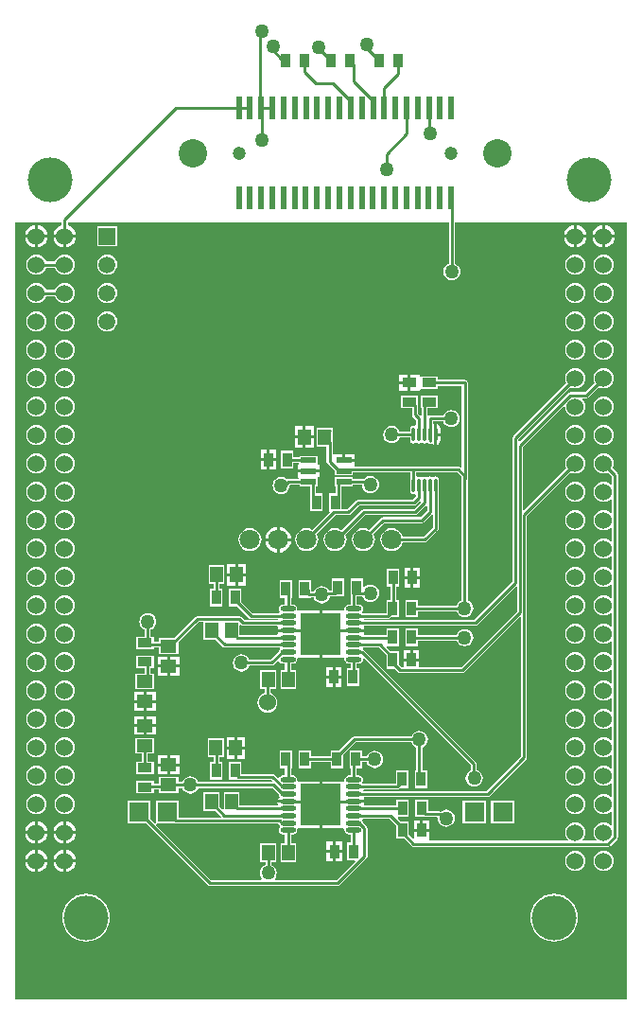
<source format=gbr>
G04 Layer_Physical_Order=4*
G04 Layer_Color=16711680*
%FSLAX26Y26*%
%MOIN*%
%TF.FileFunction,Copper,L4,Bot,Signal*%
%TF.Part,Single*%
G01*
G75*
%TA.AperFunction,SMDPad,CuDef*%
%ADD11R,0.033465X0.051181*%
%TA.AperFunction,Conductor*%
%ADD12C,0.010000*%
%TA.AperFunction,ComponentPad*%
%ADD13C,0.157480*%
%ADD14C,0.060000*%
%TA.AperFunction,ViaPad*%
%ADD15C,0.060000*%
%TA.AperFunction,ComponentPad*%
%ADD16C,0.100000*%
%ADD17C,0.047000*%
%ADD18R,0.059055X0.059055*%
%ADD19C,0.059055*%
%ADD20R,0.070866X0.070866*%
%ADD21C,0.070866*%
%TA.AperFunction,ViaPad*%
%ADD22C,0.050000*%
%ADD23C,0.019685*%
%TA.AperFunction,SMDPad,CuDef*%
%ADD24R,0.045276X0.057087*%
%ADD25R,0.057087X0.045276*%
%ADD26R,0.051181X0.033465*%
%ADD27R,0.024000X0.078740*%
%ADD28R,0.055118X0.021654*%
%ADD29O,0.055118X0.017716*%
%ADD30R,0.143701X0.145669*%
%ADD31O,0.011811X0.053150*%
G36*
X1980999Y-2689000D02*
X-174244Y-2689000D01*
X-174244Y50000D01*
X-10196D01*
Y39003D01*
X-10442Y38971D01*
X-20173Y34940D01*
X-28528Y28528D01*
X-34940Y20173D01*
X-38971Y10442D01*
X-39687Y5000D01*
X0D01*
X39687D01*
X38971Y10442D01*
X34940Y20173D01*
X28528Y28528D01*
X20173Y34940D01*
X10442Y38971D01*
X10196Y39003D01*
Y50000D01*
X1354804Y50000D01*
Y-96751D01*
X1349871Y-98795D01*
X1343604Y-103604D01*
X1338795Y-109871D01*
X1335772Y-117168D01*
X1334741Y-125000D01*
X1335772Y-132832D01*
X1338795Y-140129D01*
X1343604Y-146396D01*
X1349871Y-151205D01*
X1357168Y-154228D01*
X1365000Y-155259D01*
X1372832Y-154228D01*
X1380129Y-151205D01*
X1386396Y-146396D01*
X1391205Y-140129D01*
X1394228Y-132832D01*
X1395259Y-125000D01*
X1394228Y-117168D01*
X1391205Y-109871D01*
X1386396Y-103604D01*
X1380129Y-98795D01*
X1375196Y-96751D01*
Y50000D01*
X1981001Y50000D01*
X1980999Y-2689000D01*
D02*
G37*
%LPC*%
G36*
X278000Y-1643434D02*
X244457D01*
Y-1671072D01*
X278000D01*
Y-1643434D01*
D02*
G37*
G36*
X321543D02*
X288000D01*
Y-1671072D01*
X321543D01*
Y-1643434D01*
D02*
G37*
G36*
X745204Y-1529457D02*
X689928D01*
Y-1596543D01*
X704418D01*
Y-1609339D01*
X696963Y-1612427D01*
X689652Y-1618037D01*
X684042Y-1625349D01*
X680515Y-1633863D01*
X679312Y-1643000D01*
X680515Y-1652137D01*
X684042Y-1660651D01*
X689652Y-1667962D01*
X696963Y-1673572D01*
X705477Y-1677099D01*
X714614Y-1678302D01*
X723751Y-1677099D01*
X732265Y-1673572D01*
X739577Y-1667962D01*
X745187Y-1660651D01*
X748713Y-1652137D01*
X749916Y-1643000D01*
X748713Y-1633863D01*
X745187Y-1625349D01*
X739577Y-1618037D01*
X732265Y-1612427D01*
X724810Y-1609339D01*
Y-1596543D01*
X745204D01*
Y-1529457D01*
D02*
G37*
G36*
X321543Y-1690928D02*
X288000D01*
Y-1718566D01*
X321543D01*
Y-1690928D01*
D02*
G37*
G36*
X278000D02*
X244457D01*
Y-1718566D01*
X278000D01*
Y-1690928D01*
D02*
G37*
G36*
X278000Y-1605796D02*
X244457D01*
Y-1633434D01*
X278000D01*
Y-1605796D01*
D02*
G37*
G36*
X321543D02*
X288000D01*
Y-1633434D01*
X321543D01*
Y-1605796D01*
D02*
G37*
G36*
X1800000Y-1564698D02*
X1790863Y-1565901D01*
X1782349Y-1569428D01*
X1775038Y-1575038D01*
X1769428Y-1582349D01*
X1765901Y-1590863D01*
X1764698Y-1600000D01*
X1765901Y-1609137D01*
X1769428Y-1617651D01*
X1775038Y-1624962D01*
X1782349Y-1630572D01*
X1790863Y-1634099D01*
X1800000Y-1635302D01*
X1809137Y-1634099D01*
X1817651Y-1630572D01*
X1824962Y-1624962D01*
X1830572Y-1617651D01*
X1834099Y-1609137D01*
X1835302Y-1600000D01*
X1834099Y-1590863D01*
X1830572Y-1582349D01*
X1824962Y-1575038D01*
X1817651Y-1569428D01*
X1809137Y-1565901D01*
X1800000Y-1564698D01*
D02*
G37*
G36*
X-100000D02*
X-109137Y-1565901D01*
X-117651Y-1569428D01*
X-124962Y-1575038D01*
X-130572Y-1582349D01*
X-134099Y-1590863D01*
X-135302Y-1600000D01*
X-134099Y-1609137D01*
X-130572Y-1617651D01*
X-124962Y-1624962D01*
X-117651Y-1630572D01*
X-109137Y-1634099D01*
X-100000Y-1635302D01*
X-90863Y-1634099D01*
X-82349Y-1630572D01*
X-75038Y-1624962D01*
X-69428Y-1617651D01*
X-65901Y-1609137D01*
X-64698Y-1600000D01*
X-65901Y-1590863D01*
X-69428Y-1582349D01*
X-75038Y-1575038D01*
X-82349Y-1569428D01*
X-90863Y-1565901D01*
X-100000Y-1564698D01*
D02*
G37*
G36*
X0D02*
X-9137Y-1565901D01*
X-17651Y-1569428D01*
X-24962Y-1575038D01*
X-30572Y-1582349D01*
X-34099Y-1590863D01*
X-35302Y-1600000D01*
X-34099Y-1609137D01*
X-30572Y-1617651D01*
X-24962Y-1624962D01*
X-17651Y-1630572D01*
X-9137Y-1634099D01*
X0Y-1635302D01*
X9137Y-1634099D01*
X17651Y-1630572D01*
X24962Y-1624962D01*
X30572Y-1617651D01*
X34099Y-1609137D01*
X35302Y-1600000D01*
X34099Y-1590863D01*
X30572Y-1582349D01*
X24962Y-1575038D01*
X17651Y-1569428D01*
X9137Y-1565901D01*
X0Y-1564698D01*
D02*
G37*
G36*
X1800000Y-1764698D02*
X1790863Y-1765901D01*
X1782349Y-1769428D01*
X1775038Y-1775038D01*
X1769428Y-1782349D01*
X1765901Y-1790863D01*
X1764698Y-1800000D01*
X1765901Y-1809137D01*
X1769428Y-1817651D01*
X1775038Y-1824962D01*
X1782349Y-1830572D01*
X1790863Y-1834099D01*
X1800000Y-1835302D01*
X1809137Y-1834099D01*
X1817651Y-1830572D01*
X1824962Y-1824962D01*
X1830572Y-1817651D01*
X1834099Y-1809137D01*
X1835302Y-1800000D01*
X1834099Y-1790863D01*
X1830572Y-1782349D01*
X1824962Y-1775038D01*
X1817651Y-1769428D01*
X1809137Y-1765901D01*
X1800000Y-1764698D01*
D02*
G37*
G36*
X598433Y-1764457D02*
X570795D01*
Y-1798000D01*
X598433D01*
Y-1764457D01*
D02*
G37*
G36*
X0Y-1764698D02*
X-9137Y-1765901D01*
X-17651Y-1769428D01*
X-24962Y-1775038D01*
X-30572Y-1782349D01*
X-34099Y-1790863D01*
X-35302Y-1800000D01*
X-34099Y-1809137D01*
X-30572Y-1817651D01*
X-24962Y-1824962D01*
X-17651Y-1830572D01*
X-9137Y-1834099D01*
X0Y-1835302D01*
X9137Y-1834099D01*
X17651Y-1830572D01*
X24962Y-1824962D01*
X30572Y-1817651D01*
X34099Y-1809137D01*
X35302Y-1800000D01*
X34099Y-1790863D01*
X30572Y-1782349D01*
X24962Y-1775038D01*
X17651Y-1769428D01*
X9137Y-1765901D01*
X0Y-1764698D01*
D02*
G37*
G36*
X636071Y-1808000D02*
X608433D01*
Y-1841543D01*
X636071D01*
Y-1808000D01*
D02*
G37*
G36*
X-100000Y-1764698D02*
X-109137Y-1765901D01*
X-117651Y-1769428D01*
X-124962Y-1775038D01*
X-130572Y-1782349D01*
X-134099Y-1790863D01*
X-135302Y-1800000D01*
X-134099Y-1809137D01*
X-130572Y-1817651D01*
X-124962Y-1824962D01*
X-117651Y-1830572D01*
X-109137Y-1834099D01*
X-100000Y-1835302D01*
X-90863Y-1834099D01*
X-82349Y-1830572D01*
X-75038Y-1824962D01*
X-69428Y-1817651D01*
X-65901Y-1809137D01*
X-64698Y-1800000D01*
X-65901Y-1790863D01*
X-69428Y-1782349D01*
X-75038Y-1775038D01*
X-82349Y-1769428D01*
X-90863Y-1765901D01*
X-100000Y-1764698D01*
D02*
G37*
G36*
X636071Y-1764457D02*
X608433D01*
Y-1798000D01*
X636071D01*
Y-1764457D01*
D02*
G37*
G36*
X0Y-1664698D02*
X-9137Y-1665901D01*
X-17651Y-1669428D01*
X-24962Y-1675038D01*
X-30572Y-1682349D01*
X-34099Y-1690863D01*
X-35302Y-1700000D01*
X-34099Y-1709137D01*
X-30572Y-1717651D01*
X-24962Y-1724962D01*
X-17651Y-1730572D01*
X-9137Y-1734099D01*
X0Y-1735302D01*
X9137Y-1734099D01*
X17651Y-1730572D01*
X24962Y-1724962D01*
X30572Y-1717651D01*
X34099Y-1709137D01*
X35302Y-1700000D01*
X34099Y-1690863D01*
X30572Y-1682349D01*
X24962Y-1675038D01*
X17651Y-1669428D01*
X9137Y-1665901D01*
X0Y-1664698D01*
D02*
G37*
G36*
X1800000D02*
X1790863Y-1665901D01*
X1782349Y-1669428D01*
X1775038Y-1675038D01*
X1769428Y-1682349D01*
X1765901Y-1690863D01*
X1764698Y-1700000D01*
X1765901Y-1709137D01*
X1769428Y-1717651D01*
X1775038Y-1724962D01*
X1782349Y-1730572D01*
X1790863Y-1734099D01*
X1800000Y-1735302D01*
X1809137Y-1734099D01*
X1817651Y-1730572D01*
X1824962Y-1724962D01*
X1830572Y-1717651D01*
X1834099Y-1709137D01*
X1835302Y-1700000D01*
X1834099Y-1690863D01*
X1830572Y-1682349D01*
X1824962Y-1675038D01*
X1817651Y-1669428D01*
X1809137Y-1665901D01*
X1800000Y-1664698D01*
D02*
G37*
G36*
X-100000D02*
X-109137Y-1665901D01*
X-117651Y-1669428D01*
X-124962Y-1675038D01*
X-130572Y-1682349D01*
X-134099Y-1690863D01*
X-135302Y-1700000D01*
X-134099Y-1709137D01*
X-130572Y-1717651D01*
X-124962Y-1724962D01*
X-117651Y-1730572D01*
X-109137Y-1734099D01*
X-100000Y-1735302D01*
X-90863Y-1734099D01*
X-82349Y-1730572D01*
X-75038Y-1724962D01*
X-69428Y-1717651D01*
X-65901Y-1709137D01*
X-64698Y-1700000D01*
X-65901Y-1690863D01*
X-69428Y-1682349D01*
X-75038Y-1675038D01*
X-82349Y-1669428D01*
X-90863Y-1665901D01*
X-100000Y-1664698D01*
D02*
G37*
G36*
X278000Y-1728566D02*
X244457D01*
Y-1756204D01*
X278000D01*
Y-1728566D01*
D02*
G37*
G36*
X321543D02*
X288000D01*
Y-1756204D01*
X321543D01*
Y-1728566D01*
D02*
G37*
G36*
X1800000Y-1364698D02*
X1790863Y-1365901D01*
X1782349Y-1369428D01*
X1775038Y-1375038D01*
X1769428Y-1382349D01*
X1765901Y-1390863D01*
X1764698Y-1400000D01*
X1765901Y-1409137D01*
X1769428Y-1417651D01*
X1775038Y-1424962D01*
X1782349Y-1430572D01*
X1790863Y-1434099D01*
X1800000Y-1435302D01*
X1809137Y-1434099D01*
X1817651Y-1430572D01*
X1824962Y-1424962D01*
X1830572Y-1417651D01*
X1834099Y-1409137D01*
X1835302Y-1400000D01*
X1834099Y-1390863D01*
X1830572Y-1382349D01*
X1824962Y-1375038D01*
X1817651Y-1369428D01*
X1809137Y-1365901D01*
X1800000Y-1364698D01*
D02*
G37*
G36*
X-100000Y-1264698D02*
X-109137Y-1265901D01*
X-117651Y-1269428D01*
X-124962Y-1275038D01*
X-130572Y-1282349D01*
X-134099Y-1290863D01*
X-135302Y-1300000D01*
X-134099Y-1309137D01*
X-130572Y-1317651D01*
X-124962Y-1324962D01*
X-117651Y-1330572D01*
X-109137Y-1334099D01*
X-100000Y-1335302D01*
X-90863Y-1334099D01*
X-82349Y-1330572D01*
X-75038Y-1324962D01*
X-69428Y-1317651D01*
X-65901Y-1309137D01*
X-64698Y-1300000D01*
X-65901Y-1290863D01*
X-69428Y-1282349D01*
X-75038Y-1275038D01*
X-82349Y-1269428D01*
X-90863Y-1265901D01*
X-100000Y-1264698D01*
D02*
G37*
G36*
X0Y-1364698D02*
X-9137Y-1365901D01*
X-17651Y-1369428D01*
X-24962Y-1375038D01*
X-30572Y-1382349D01*
X-34099Y-1390863D01*
X-35302Y-1400000D01*
X-34099Y-1409137D01*
X-30572Y-1417651D01*
X-24962Y-1424962D01*
X-17651Y-1430572D01*
X-9137Y-1434099D01*
X0Y-1435302D01*
X9137Y-1434099D01*
X17651Y-1430572D01*
X24962Y-1424962D01*
X30572Y-1417651D01*
X34099Y-1409137D01*
X35302Y-1400000D01*
X34099Y-1390863D01*
X30572Y-1382349D01*
X24962Y-1375038D01*
X17651Y-1369428D01*
X9137Y-1365901D01*
X0Y-1364698D01*
D02*
G37*
G36*
X405344Y-1481796D02*
X371800D01*
Y-1509434D01*
X405344D01*
Y-1481796D01*
D02*
G37*
G36*
X-100000Y-1364698D02*
X-109137Y-1365901D01*
X-117651Y-1369428D01*
X-124962Y-1375038D01*
X-130572Y-1382349D01*
X-134099Y-1390863D01*
X-135302Y-1400000D01*
X-134099Y-1409137D01*
X-130572Y-1417651D01*
X-124962Y-1424962D01*
X-117651Y-1430572D01*
X-109137Y-1434099D01*
X-100000Y-1435302D01*
X-90863Y-1434099D01*
X-82349Y-1430572D01*
X-75038Y-1424962D01*
X-69428Y-1417651D01*
X-65901Y-1409137D01*
X-64698Y-1400000D01*
X-65901Y-1390863D01*
X-69428Y-1382349D01*
X-75038Y-1375038D01*
X-82349Y-1369428D01*
X-90863Y-1365901D01*
X-100000Y-1364698D01*
D02*
G37*
G36*
X562205Y-1158457D02*
X506929D01*
Y-1225543D01*
X524440D01*
Y-1242409D01*
X512904D01*
Y-1303590D01*
X556369D01*
Y-1242409D01*
X544832D01*
Y-1225543D01*
X562205D01*
Y-1158457D01*
D02*
G37*
G36*
X984916Y-1206417D02*
X941451D01*
Y-1247402D01*
X931846D01*
X927396Y-1241603D01*
X921130Y-1236795D01*
X913832Y-1233772D01*
X906000Y-1232741D01*
X898169Y-1233772D01*
X890871Y-1236795D01*
X884604Y-1241603D01*
X879795Y-1247870D01*
X877752Y-1252804D01*
X868392D01*
Y-1245874D01*
X868197Y-1244889D01*
Y-1212409D01*
X824732D01*
Y-1273590D01*
X868197D01*
Y-1273196D01*
X877752D01*
X879795Y-1278129D01*
X884604Y-1284396D01*
X890871Y-1289205D01*
X898169Y-1292228D01*
X906000Y-1293259D01*
X913832Y-1292228D01*
X921130Y-1289205D01*
X927396Y-1284396D01*
X932205Y-1278129D01*
X935228Y-1270831D01*
X935628Y-1267794D01*
X951451D01*
X952436Y-1267598D01*
X984916D01*
Y-1206417D01*
D02*
G37*
G36*
X801269Y-1212409D02*
X757804D01*
Y-1273590D01*
X776662D01*
Y-1297484D01*
X768157D01*
X762750Y-1298560D01*
X758166Y-1301623D01*
X755103Y-1306207D01*
X754028Y-1311614D01*
X755103Y-1317021D01*
X758166Y-1321605D01*
X755768Y-1326016D01*
X754945Y-1327009D01*
X661134D01*
X623297Y-1289171D01*
Y-1242409D01*
X579832D01*
Y-1303590D01*
X608877D01*
X649701Y-1344414D01*
X653009Y-1346624D01*
X656911Y-1347401D01*
X751722D01*
X753223Y-1350000D01*
X751722Y-1352599D01*
X633570D01*
X622422Y-1341451D01*
X619114Y-1339241D01*
X615212Y-1338465D01*
X467613D01*
X463711Y-1339241D01*
X460403Y-1341451D01*
X385925Y-1415930D01*
X333257D01*
Y-1429372D01*
X313591D01*
Y-1409961D01*
X303196D01*
Y-1386122D01*
X308130Y-1384079D01*
X314397Y-1379270D01*
X319205Y-1373003D01*
X322228Y-1365705D01*
X323259Y-1357874D01*
X322228Y-1350042D01*
X319205Y-1342744D01*
X314397Y-1336477D01*
X308130Y-1331669D01*
X300832Y-1328646D01*
X293000Y-1327615D01*
X285169Y-1328646D01*
X277871Y-1331669D01*
X271604Y-1336477D01*
X266795Y-1342744D01*
X263772Y-1350042D01*
X262741Y-1357874D01*
X263772Y-1365705D01*
X266795Y-1373003D01*
X271604Y-1379270D01*
X277871Y-1384079D01*
X282804Y-1386122D01*
Y-1409961D01*
X252410D01*
Y-1453426D01*
X313591D01*
Y-1449764D01*
X333257D01*
Y-1471205D01*
X400344D01*
Y-1430349D01*
X471836Y-1358856D01*
X489928D01*
Y-1420747D01*
X530785D01*
X556814Y-1446776D01*
X560122Y-1448987D01*
X564024Y-1449763D01*
X757253D01*
X758621Y-1452958D01*
Y-1454862D01*
X758166Y-1455166D01*
X755103Y-1459750D01*
X754367Y-1463449D01*
X725013Y-1492804D01*
X651249D01*
X649205Y-1487870D01*
X644396Y-1481603D01*
X638130Y-1476795D01*
X630832Y-1473772D01*
X623000Y-1472741D01*
X615169Y-1473772D01*
X607871Y-1476795D01*
X601604Y-1481603D01*
X596795Y-1487870D01*
X593772Y-1495168D01*
X592741Y-1503000D01*
X593772Y-1510831D01*
X596795Y-1518129D01*
X601604Y-1524396D01*
X607871Y-1529205D01*
X615169Y-1532228D01*
X623000Y-1533259D01*
X630832Y-1532228D01*
X638130Y-1529205D01*
X644396Y-1524396D01*
X649205Y-1518129D01*
X651249Y-1513196D01*
X729236D01*
X733138Y-1512420D01*
X736446Y-1510209D01*
X750411Y-1496244D01*
X756092Y-1497634D01*
X758166Y-1500739D01*
X762750Y-1503802D01*
X768157Y-1504878D01*
X776662D01*
Y-1529457D01*
X760794D01*
Y-1596543D01*
X816070D01*
Y-1529457D01*
X797054D01*
Y-1504878D01*
X805559D01*
X810966Y-1503802D01*
X815550Y-1500739D01*
X818613Y-1496155D01*
X819689Y-1490748D01*
X819239Y-1488488D01*
X822308Y-1485011D01*
X822308Y-1485011D01*
X823283Y-1484016D01*
X823857Y-1484016D01*
X898000D01*
Y-1401181D01*
Y-1318346D01*
X823284Y-1318346D01*
X822309Y-1317351D01*
X819239Y-1313874D01*
X819689Y-1311614D01*
X818613Y-1306207D01*
X815550Y-1301623D01*
X810966Y-1298560D01*
X805559Y-1297484D01*
X797054D01*
Y-1273590D01*
X801269D01*
Y-1212409D01*
D02*
G37*
G36*
X0Y-1264698D02*
X-9137Y-1265901D01*
X-17651Y-1269428D01*
X-24962Y-1275038D01*
X-30572Y-1282349D01*
X-34099Y-1290863D01*
X-35302Y-1300000D01*
X-34099Y-1309137D01*
X-30572Y-1317651D01*
X-24962Y-1324962D01*
X-17651Y-1330572D01*
X-9137Y-1334099D01*
X0Y-1335302D01*
X9137Y-1334099D01*
X17651Y-1330572D01*
X24962Y-1324962D01*
X30572Y-1317651D01*
X34099Y-1309137D01*
X35302Y-1300000D01*
X34099Y-1290863D01*
X30572Y-1282349D01*
X24962Y-1275038D01*
X17651Y-1269428D01*
X9137Y-1265901D01*
X0Y-1264698D01*
D02*
G37*
G36*
X1800000D02*
X1790863Y-1265901D01*
X1782349Y-1269428D01*
X1775038Y-1275038D01*
X1769428Y-1282349D01*
X1765901Y-1290863D01*
X1764698Y-1300000D01*
X1765901Y-1309137D01*
X1769428Y-1317651D01*
X1775038Y-1324962D01*
X1782349Y-1330572D01*
X1790863Y-1334099D01*
X1800000Y-1335302D01*
X1809137Y-1334099D01*
X1817651Y-1330572D01*
X1824962Y-1324962D01*
X1830572Y-1317651D01*
X1834099Y-1309137D01*
X1835302Y-1300000D01*
X1834099Y-1290863D01*
X1830572Y-1282349D01*
X1824962Y-1275038D01*
X1817651Y-1269428D01*
X1809137Y-1265901D01*
X1800000Y-1264698D01*
D02*
G37*
G36*
X361800Y-1481796D02*
X328257D01*
Y-1509434D01*
X361800D01*
Y-1481796D01*
D02*
G37*
G36*
X944536Y-1517409D02*
X922804D01*
Y-1548000D01*
X944536D01*
Y-1517409D01*
D02*
G37*
G36*
X976269D02*
X954536D01*
Y-1548000D01*
X976269D01*
Y-1517409D01*
D02*
G37*
G36*
Y-1558000D02*
X954536D01*
Y-1588590D01*
X976269D01*
Y-1558000D01*
D02*
G37*
G36*
X313591Y-1476889D02*
X252410D01*
Y-1520354D01*
X282804D01*
Y-1539930D01*
X249457D01*
Y-1595206D01*
X316543D01*
Y-1539930D01*
X303196D01*
Y-1520354D01*
X313591D01*
Y-1476889D01*
D02*
G37*
G36*
X944536Y-1558000D02*
X922804D01*
Y-1588590D01*
X944536D01*
Y-1558000D01*
D02*
G37*
G36*
X0Y-1464698D02*
X-9137Y-1465901D01*
X-17651Y-1469428D01*
X-24962Y-1475038D01*
X-30572Y-1482349D01*
X-34099Y-1490863D01*
X-35302Y-1500000D01*
X-34099Y-1509137D01*
X-30572Y-1517651D01*
X-24962Y-1524962D01*
X-17651Y-1530572D01*
X-9137Y-1534099D01*
X0Y-1535302D01*
X9137Y-1534099D01*
X17651Y-1530572D01*
X24962Y-1524962D01*
X30572Y-1517651D01*
X34099Y-1509137D01*
X35302Y-1500000D01*
X34099Y-1490863D01*
X30572Y-1482349D01*
X24962Y-1475038D01*
X17651Y-1469428D01*
X9137Y-1465901D01*
X0Y-1464698D01*
D02*
G37*
G36*
X1800000D02*
X1790863Y-1465901D01*
X1782349Y-1469428D01*
X1775038Y-1475038D01*
X1769428Y-1482349D01*
X1765901Y-1490863D01*
X1764698Y-1500000D01*
X1765901Y-1509137D01*
X1769428Y-1517651D01*
X1775038Y-1524962D01*
X1782349Y-1530572D01*
X1790863Y-1534099D01*
X1800000Y-1535302D01*
X1809137Y-1534099D01*
X1817651Y-1530572D01*
X1824962Y-1524962D01*
X1830572Y-1517651D01*
X1834099Y-1509137D01*
X1835302Y-1500000D01*
X1834099Y-1490863D01*
X1830572Y-1482349D01*
X1824962Y-1475038D01*
X1817651Y-1469428D01*
X1809137Y-1465901D01*
X1800000Y-1464698D01*
D02*
G37*
G36*
X-100000D02*
X-109137Y-1465901D01*
X-117651Y-1469428D01*
X-124962Y-1475038D01*
X-130572Y-1482349D01*
X-134099Y-1490863D01*
X-135302Y-1500000D01*
X-134099Y-1509137D01*
X-130572Y-1517651D01*
X-124962Y-1524962D01*
X-117651Y-1530572D01*
X-109137Y-1534099D01*
X-100000Y-1535302D01*
X-90863Y-1534099D01*
X-82349Y-1530572D01*
X-75038Y-1524962D01*
X-69428Y-1517651D01*
X-65901Y-1509137D01*
X-64698Y-1500000D01*
X-65901Y-1490863D01*
X-69428Y-1482349D01*
X-75038Y-1475038D01*
X-82349Y-1469428D01*
X-90863Y-1465901D01*
X-100000Y-1464698D01*
D02*
G37*
G36*
X361800Y-1519434D02*
X328257D01*
Y-1547071D01*
X361800D01*
Y-1519434D01*
D02*
G37*
G36*
X405344D02*
X371800D01*
Y-1547071D01*
X405344D01*
Y-1519434D01*
D02*
G37*
G36*
X598433Y-1808000D02*
X570795D01*
Y-1841543D01*
X598433D01*
Y-1808000D01*
D02*
G37*
G36*
X945231Y-2131417D02*
X923499D01*
Y-2162008D01*
X945231D01*
Y-2131417D01*
D02*
G37*
G36*
X976963D02*
X955231D01*
Y-2162008D01*
X976963D01*
Y-2131417D01*
D02*
G37*
G36*
X5000Y-2160313D02*
Y-2195000D01*
X39687D01*
X38971Y-2189558D01*
X34940Y-2179827D01*
X28528Y-2171472D01*
X20173Y-2165060D01*
X10442Y-2161030D01*
X5000Y-2160313D01*
D02*
G37*
G36*
X-5000Y-2160313D02*
X-10442Y-2161030D01*
X-20173Y-2165060D01*
X-28528Y-2171472D01*
X-34940Y-2179827D01*
X-38971Y-2189558D01*
X-39687Y-2195000D01*
X-5000D01*
Y-2160313D01*
D02*
G37*
G36*
X-95000Y-2160313D02*
Y-2195000D01*
X-60313D01*
X-61029Y-2189558D01*
X-65060Y-2179827D01*
X-71472Y-2171472D01*
X-79827Y-2165060D01*
X-89558Y-2161030D01*
X-95000Y-2160313D01*
D02*
G37*
G36*
X39687Y-2105000D02*
X5000D01*
Y-2139687D01*
X10442Y-2138970D01*
X20173Y-2134940D01*
X28528Y-2128528D01*
X34940Y-2120173D01*
X38971Y-2110442D01*
X39687Y-2105000D01*
D02*
G37*
G36*
X-105000Y-2060313D02*
X-110442Y-2061030D01*
X-120173Y-2065060D01*
X-128528Y-2071472D01*
X-134940Y-2079827D01*
X-138970Y-2089558D01*
X-139687Y-2095000D01*
X-105000D01*
Y-2060313D01*
D02*
G37*
G36*
X-60313Y-2105000D02*
X-95000D01*
Y-2139687D01*
X-89558Y-2138970D01*
X-79827Y-2134940D01*
X-71472Y-2128528D01*
X-65060Y-2120173D01*
X-61029Y-2110442D01*
X-60313Y-2105000D01*
D02*
G37*
G36*
X-105000D02*
X-139687D01*
X-138970Y-2110442D01*
X-134940Y-2120173D01*
X-128528Y-2128528D01*
X-120173Y-2134940D01*
X-110442Y-2138970D01*
X-105000Y-2139687D01*
Y-2105000D01*
D02*
G37*
G36*
X-5000D02*
X-39687D01*
X-38971Y-2110442D01*
X-34940Y-2120173D01*
X-28528Y-2128528D01*
X-20173Y-2134940D01*
X-10442Y-2138970D01*
X-5000Y-2139687D01*
Y-2105000D01*
D02*
G37*
G36*
X-105000Y-2160313D02*
X-110442Y-2161030D01*
X-120173Y-2165060D01*
X-128528Y-2171472D01*
X-134940Y-2179827D01*
X-138970Y-2189558D01*
X-139687Y-2195000D01*
X-105000D01*
Y-2160313D01*
D02*
G37*
G36*
X-5000Y-2205000D02*
X-39687D01*
X-38971Y-2210442D01*
X-34940Y-2220173D01*
X-28528Y-2228528D01*
X-20173Y-2234940D01*
X-10442Y-2238970D01*
X-5000Y-2239687D01*
Y-2205000D01*
D02*
G37*
G36*
X-60313D02*
X-95000D01*
Y-2239687D01*
X-89558Y-2238970D01*
X-79827Y-2234940D01*
X-71472Y-2228528D01*
X-65060Y-2220173D01*
X-61029Y-2210442D01*
X-60313Y-2205000D01*
D02*
G37*
G36*
X-105000D02*
X-139687D01*
X-138970Y-2210442D01*
X-134940Y-2220173D01*
X-128528Y-2228528D01*
X-120173Y-2234940D01*
X-110442Y-2238970D01*
X-105000Y-2239687D01*
Y-2205000D01*
D02*
G37*
G36*
X75000Y-2315855D02*
X58584Y-2317472D01*
X42799Y-2322260D01*
X28251Y-2330036D01*
X15500Y-2340500D01*
X5036Y-2353251D01*
X-2740Y-2367799D01*
X-7529Y-2383584D01*
X-9145Y-2400000D01*
X-7529Y-2416416D01*
X-2740Y-2432201D01*
X5036Y-2446749D01*
X15500Y-2459500D01*
X28251Y-2469964D01*
X42799Y-2477740D01*
X58584Y-2482528D01*
X75000Y-2484145D01*
X91416Y-2482528D01*
X107201Y-2477740D01*
X121749Y-2469964D01*
X134500Y-2459500D01*
X144964Y-2446749D01*
X152740Y-2432201D01*
X157529Y-2416416D01*
X159145Y-2400000D01*
X157529Y-2383584D01*
X152740Y-2367799D01*
X144964Y-2353251D01*
X134500Y-2340500D01*
X121749Y-2330036D01*
X107201Y-2322260D01*
X91416Y-2317472D01*
X75000Y-2315855D01*
D02*
G37*
G36*
X1725000D02*
X1708584Y-2317472D01*
X1692799Y-2322260D01*
X1678251Y-2330036D01*
X1665500Y-2340500D01*
X1655036Y-2353251D01*
X1647260Y-2367799D01*
X1642472Y-2383584D01*
X1640855Y-2400000D01*
X1642472Y-2416416D01*
X1647260Y-2432201D01*
X1655036Y-2446749D01*
X1665500Y-2459500D01*
X1678251Y-2469964D01*
X1692799Y-2477740D01*
X1708584Y-2482528D01*
X1725000Y-2484145D01*
X1741416Y-2482528D01*
X1757201Y-2477740D01*
X1771749Y-2469964D01*
X1784500Y-2459500D01*
X1794964Y-2446749D01*
X1802740Y-2432201D01*
X1807528Y-2416416D01*
X1809145Y-2400000D01*
X1807528Y-2383584D01*
X1802740Y-2367799D01*
X1794964Y-2353251D01*
X1784500Y-2340500D01*
X1771749Y-2330036D01*
X1757201Y-2322260D01*
X1741416Y-2317472D01*
X1725000Y-2315855D01*
D02*
G37*
G36*
X945231Y-2172008D02*
X923499D01*
Y-2202598D01*
X945231D01*
Y-2172008D01*
D02*
G37*
G36*
X976963D02*
X955231D01*
Y-2202598D01*
X976963D01*
Y-2172008D01*
D02*
G37*
G36*
X1900000Y-2164698D02*
X1890863Y-2165901D01*
X1882349Y-2169428D01*
X1875038Y-2175038D01*
X1869428Y-2182349D01*
X1865901Y-2190863D01*
X1864698Y-2200000D01*
X1865901Y-2209137D01*
X1869428Y-2217651D01*
X1875038Y-2224962D01*
X1882349Y-2230572D01*
X1890863Y-2234099D01*
X1900000Y-2235302D01*
X1909137Y-2234099D01*
X1917651Y-2230572D01*
X1924962Y-2224962D01*
X1930572Y-2217651D01*
X1934099Y-2209137D01*
X1935302Y-2200000D01*
X1934099Y-2190863D01*
X1930572Y-2182349D01*
X1924962Y-2175038D01*
X1917651Y-2169428D01*
X1909137Y-2165901D01*
X1900000Y-2164698D01*
D02*
G37*
G36*
X39687Y-2205000D02*
X5000D01*
Y-2239687D01*
X10442Y-2238970D01*
X20173Y-2234940D01*
X28528Y-2228528D01*
X34940Y-2220173D01*
X38971Y-2210442D01*
X39687Y-2205000D01*
D02*
G37*
G36*
X1800000Y-2164698D02*
X1790863Y-2165901D01*
X1782349Y-2169428D01*
X1775038Y-2175038D01*
X1769428Y-2182349D01*
X1765901Y-2190863D01*
X1764698Y-2200000D01*
X1765901Y-2209137D01*
X1769428Y-2217651D01*
X1775038Y-2224962D01*
X1782349Y-2230572D01*
X1790863Y-2234099D01*
X1800000Y-2235302D01*
X1809137Y-2234099D01*
X1817651Y-2230572D01*
X1824962Y-2224962D01*
X1830572Y-2217651D01*
X1834099Y-2209137D01*
X1835302Y-2200000D01*
X1834099Y-2190863D01*
X1830572Y-2182349D01*
X1824962Y-2175038D01*
X1817651Y-2169428D01*
X1809137Y-2165901D01*
X1800000Y-2164698D01*
D02*
G37*
G36*
Y-1864698D02*
X1790863Y-1865901D01*
X1782349Y-1869428D01*
X1775038Y-1875038D01*
X1769428Y-1882349D01*
X1765901Y-1890863D01*
X1764698Y-1900000D01*
X1765901Y-1909137D01*
X1769428Y-1917651D01*
X1775038Y-1924962D01*
X1782349Y-1930572D01*
X1790863Y-1934099D01*
X1800000Y-1935302D01*
X1809137Y-1934099D01*
X1817651Y-1930572D01*
X1824962Y-1924962D01*
X1830572Y-1917651D01*
X1834099Y-1909137D01*
X1835302Y-1900000D01*
X1834099Y-1890863D01*
X1830572Y-1882349D01*
X1824962Y-1875038D01*
X1817651Y-1869428D01*
X1809137Y-1865901D01*
X1800000Y-1864698D01*
D02*
G37*
G36*
X560205Y-1769457D02*
X504929D01*
Y-1836543D01*
X524440D01*
Y-1852409D01*
X512904D01*
Y-1913590D01*
X556369D01*
Y-1852409D01*
X544832D01*
Y-1836543D01*
X560205D01*
Y-1769457D01*
D02*
G37*
G36*
X0Y-1864698D02*
X-9137Y-1865901D01*
X-17651Y-1869428D01*
X-24962Y-1875038D01*
X-30572Y-1882349D01*
X-34099Y-1890863D01*
X-35302Y-1900000D01*
X-34099Y-1909137D01*
X-30572Y-1917651D01*
X-24962Y-1924962D01*
X-17651Y-1930572D01*
X-9137Y-1934099D01*
X0Y-1935302D01*
X9137Y-1934099D01*
X17651Y-1930572D01*
X24962Y-1924962D01*
X30572Y-1917651D01*
X34099Y-1909137D01*
X35302Y-1900000D01*
X34099Y-1890863D01*
X30572Y-1882349D01*
X24962Y-1875038D01*
X17651Y-1869428D01*
X9137Y-1865901D01*
X0Y-1864698D01*
D02*
G37*
G36*
X1250078Y-1742741D02*
X1242247Y-1743772D01*
X1234949Y-1746795D01*
X1228682Y-1751603D01*
X1223873Y-1757870D01*
X1221830Y-1762804D01*
X1020678D01*
X1016776Y-1763580D01*
X1013468Y-1765790D01*
X966849Y-1812409D01*
X937804D01*
Y-1832804D01*
X868197D01*
Y-1812409D01*
X824732D01*
Y-1873590D01*
X868197D01*
Y-1853196D01*
X937804D01*
Y-1873590D01*
X981269D01*
Y-1826829D01*
X1024901Y-1783196D01*
X1221830D01*
X1223873Y-1788129D01*
X1228682Y-1794396D01*
X1234949Y-1799205D01*
X1239882Y-1801248D01*
Y-1882409D01*
X1234732D01*
Y-1943590D01*
X1278197D01*
Y-1882409D01*
X1260274D01*
Y-1801248D01*
X1265208Y-1799205D01*
X1271475Y-1794396D01*
X1276283Y-1788129D01*
X1279306Y-1780831D01*
X1280337Y-1773000D01*
X1279306Y-1765168D01*
X1276283Y-1757870D01*
X1271475Y-1751603D01*
X1265208Y-1746795D01*
X1257910Y-1743772D01*
X1250078Y-1742741D01*
D02*
G37*
G36*
X-100000Y-1864698D02*
X-109137Y-1865901D01*
X-117651Y-1869428D01*
X-124962Y-1875038D01*
X-130572Y-1882349D01*
X-134099Y-1890863D01*
X-135302Y-1900000D01*
X-134099Y-1909137D01*
X-130572Y-1917651D01*
X-124962Y-1924962D01*
X-117651Y-1930572D01*
X-109137Y-1934099D01*
X-100000Y-1935302D01*
X-90863Y-1934099D01*
X-82349Y-1930572D01*
X-75038Y-1924962D01*
X-69428Y-1917651D01*
X-65901Y-1909137D01*
X-64698Y-1900000D01*
X-65901Y-1890863D01*
X-69428Y-1882349D01*
X-75038Y-1875038D01*
X-82349Y-1869428D01*
X-90863Y-1865901D01*
X-100000Y-1864698D01*
D02*
G37*
G36*
X361800Y-1829684D02*
X328257D01*
Y-1857322D01*
X361800D01*
Y-1829684D01*
D02*
G37*
G36*
X405343D02*
X371800D01*
Y-1857322D01*
X405343D01*
Y-1829684D01*
D02*
G37*
G36*
X316543Y-1766794D02*
X249457D01*
Y-1822070D01*
X272804D01*
Y-1851418D01*
X252409D01*
Y-1894882D01*
X313590D01*
Y-1851418D01*
X293196D01*
Y-1822070D01*
X316543D01*
Y-1766794D01*
D02*
G37*
G36*
X361800Y-1867322D02*
X328257D01*
Y-1894959D01*
X361800D01*
Y-1867322D01*
D02*
G37*
G36*
X405343D02*
X371800D01*
Y-1894959D01*
X405343D01*
Y-1867322D01*
D02*
G37*
G36*
X1800000Y-1964698D02*
X1790863Y-1965901D01*
X1782349Y-1969428D01*
X1775038Y-1975038D01*
X1769428Y-1982349D01*
X1765901Y-1990863D01*
X1764698Y-2000000D01*
X1765901Y-2009137D01*
X1769428Y-2017651D01*
X1775038Y-2024962D01*
X1782349Y-2030572D01*
X1790863Y-2034099D01*
X1800000Y-2035302D01*
X1809137Y-2034099D01*
X1817651Y-2030572D01*
X1824962Y-2024962D01*
X1830572Y-2017651D01*
X1834099Y-2009137D01*
X1835302Y-2000000D01*
X1834099Y-1990863D01*
X1830572Y-1982349D01*
X1824962Y-1975038D01*
X1817651Y-1969428D01*
X1809137Y-1965901D01*
X1800000Y-1964698D01*
D02*
G37*
G36*
X1253464Y-2056977D02*
X1231732D01*
Y-2087568D01*
X1253464D01*
Y-2056977D01*
D02*
G37*
G36*
X1285197D02*
X1263464D01*
Y-2087568D01*
X1285197D01*
Y-2056977D01*
D02*
G37*
G36*
X5000Y-2060313D02*
Y-2095000D01*
X39687D01*
X38971Y-2089558D01*
X34940Y-2079827D01*
X28528Y-2071472D01*
X20173Y-2065060D01*
X10442Y-2061030D01*
X5000Y-2060313D01*
D02*
G37*
G36*
X-5000Y-2060313D02*
X-10442Y-2061030D01*
X-20173Y-2065060D01*
X-28528Y-2071472D01*
X-34940Y-2079827D01*
X-38971Y-2089558D01*
X-39687Y-2095000D01*
X-5000D01*
Y-2060313D01*
D02*
G37*
G36*
X-95000Y-2060313D02*
Y-2095000D01*
X-60313D01*
X-61029Y-2089558D01*
X-65060Y-2079827D01*
X-71472Y-2071472D01*
X-79827Y-2065060D01*
X-89558Y-2061030D01*
X-95000Y-2060313D01*
D02*
G37*
G36*
X-100000Y-1964698D02*
X-109137Y-1965901D01*
X-117651Y-1969428D01*
X-124962Y-1975038D01*
X-130572Y-1982349D01*
X-134099Y-1990863D01*
X-135302Y-2000000D01*
X-134099Y-2009137D01*
X-130572Y-2017651D01*
X-124962Y-2024962D01*
X-117651Y-2030572D01*
X-109137Y-2034099D01*
X-100000Y-2035302D01*
X-90863Y-2034099D01*
X-82349Y-2030572D01*
X-75038Y-2024962D01*
X-69428Y-2017651D01*
X-65901Y-2009137D01*
X-64698Y-2000000D01*
X-65901Y-1990863D01*
X-69428Y-1982349D01*
X-75038Y-1975038D01*
X-82349Y-1969428D01*
X-90863Y-1965901D01*
X-100000Y-1964698D01*
D02*
G37*
G36*
X0D02*
X-9137Y-1965901D01*
X-17651Y-1969428D01*
X-24962Y-1975038D01*
X-30572Y-1982349D01*
X-34099Y-1990863D01*
X-35302Y-2000000D01*
X-34099Y-2009137D01*
X-30572Y-2017651D01*
X-24962Y-2024962D01*
X-17651Y-2030572D01*
X-9137Y-2034099D01*
X0Y-2035302D01*
X9137Y-2034099D01*
X17651Y-2030572D01*
X24962Y-2024962D01*
X30572Y-2017651D01*
X34099Y-2009137D01*
X35302Y-2000000D01*
X34099Y-1990863D01*
X30572Y-1982349D01*
X24962Y-1975038D01*
X17651Y-1969428D01*
X9137Y-1965901D01*
X0Y-1964698D01*
D02*
G37*
G36*
X1583984Y-1987464D02*
X1503118D01*
Y-2068330D01*
X1583984D01*
Y-1987464D01*
D02*
G37*
G36*
X1280197Y-1985205D02*
X1236732D01*
Y-2046386D01*
X1269212D01*
X1270197Y-2046582D01*
X1311744D01*
X1314741Y-2050000D01*
X1315772Y-2057832D01*
X1318795Y-2065129D01*
X1323604Y-2071396D01*
X1329871Y-2076205D01*
X1337169Y-2079228D01*
X1345000Y-2080259D01*
X1352832Y-2079228D01*
X1360130Y-2076205D01*
X1366397Y-2071396D01*
X1371205Y-2065129D01*
X1374228Y-2057832D01*
X1375259Y-2050000D01*
X1374228Y-2042168D01*
X1371205Y-2034871D01*
X1366397Y-2028604D01*
X1360130Y-2023795D01*
X1352832Y-2020772D01*
X1345000Y-2019741D01*
X1337169Y-2020772D01*
X1329871Y-2023795D01*
X1325145Y-2027421D01*
X1324464Y-2026966D01*
X1320563Y-2026190D01*
X1280197D01*
Y-1985205D01*
D02*
G37*
G36*
X1483984Y-1987464D02*
X1403118D01*
Y-2068330D01*
X1483984D01*
Y-1987464D01*
D02*
G37*
G36*
X1220000Y-1208000D02*
X1198268D01*
Y-1238590D01*
X1220000D01*
Y-1208000D01*
D02*
G37*
G36*
X0Y-364698D02*
X-9137Y-365901D01*
X-17651Y-369428D01*
X-24962Y-375038D01*
X-30572Y-382349D01*
X-34099Y-390863D01*
X-35302Y-400000D01*
X-34099Y-409137D01*
X-30572Y-417651D01*
X-24962Y-424962D01*
X-17651Y-430572D01*
X-9137Y-434099D01*
X0Y-435302D01*
X9137Y-434099D01*
X17651Y-430572D01*
X24962Y-424962D01*
X30572Y-417651D01*
X34099Y-409137D01*
X35302Y-400000D01*
X34099Y-390863D01*
X30572Y-382349D01*
X24962Y-375038D01*
X17651Y-369428D01*
X9137Y-365901D01*
X0Y-364698D01*
D02*
G37*
G36*
X1800000D02*
X1790863Y-365901D01*
X1782349Y-369428D01*
X1775038Y-375038D01*
X1769428Y-382349D01*
X1765901Y-390863D01*
X1764698Y-400000D01*
X1765901Y-409137D01*
X1769428Y-417651D01*
X1775038Y-424962D01*
X1782349Y-430572D01*
X1790863Y-434099D01*
X1800000Y-435302D01*
X1809137Y-434099D01*
X1817651Y-430572D01*
X1824962Y-424962D01*
X1830572Y-417651D01*
X1834099Y-409137D01*
X1835302Y-400000D01*
X1834099Y-390863D01*
X1830572Y-382349D01*
X1824962Y-375038D01*
X1817651Y-369428D01*
X1809137Y-365901D01*
X1800000Y-364698D01*
D02*
G37*
G36*
X-100000D02*
X-109137Y-365901D01*
X-117651Y-369428D01*
X-124962Y-375038D01*
X-130572Y-382349D01*
X-134099Y-390863D01*
X-135302Y-400000D01*
X-134099Y-409137D01*
X-130572Y-417651D01*
X-124962Y-424962D01*
X-117651Y-430572D01*
X-109137Y-434099D01*
X-100000Y-435302D01*
X-90863Y-434099D01*
X-82349Y-430572D01*
X-75038Y-424962D01*
X-69428Y-417651D01*
X-65901Y-409137D01*
X-64698Y-400000D01*
X-65901Y-390863D01*
X-69428Y-382349D01*
X-75038Y-375038D01*
X-82349Y-369428D01*
X-90863Y-365901D01*
X-100000Y-364698D01*
D02*
G37*
G36*
X1900000Y-464698D02*
X1890863Y-465901D01*
X1882349Y-469428D01*
X1875038Y-475038D01*
X1869428Y-482349D01*
X1865901Y-490863D01*
X1864698Y-500000D01*
X1865901Y-509137D01*
X1868989Y-516592D01*
X1835777Y-549804D01*
X1783431D01*
X1779530Y-550580D01*
X1776222Y-552790D01*
X1604621Y-724391D01*
X1600002Y-722478D01*
Y-714418D01*
X1783408Y-531011D01*
X1790863Y-534099D01*
X1800000Y-535302D01*
X1809137Y-534099D01*
X1817651Y-530572D01*
X1824962Y-524962D01*
X1830572Y-517651D01*
X1834099Y-509137D01*
X1835302Y-500000D01*
X1834099Y-490863D01*
X1830572Y-482349D01*
X1824962Y-475038D01*
X1817651Y-469428D01*
X1809137Y-465901D01*
X1800000Y-464698D01*
X1790863Y-465901D01*
X1782349Y-469428D01*
X1775038Y-475038D01*
X1769428Y-482349D01*
X1765901Y-490863D01*
X1764698Y-500000D01*
X1765901Y-509137D01*
X1768989Y-516592D01*
X1582596Y-702985D01*
X1580386Y-706292D01*
X1579610Y-710194D01*
Y-1215971D01*
X1442982Y-1352599D01*
X1054278D01*
X1052777Y-1350000D01*
X1054278Y-1347401D01*
X1139338D01*
X1143240Y-1346624D01*
X1146548Y-1344414D01*
X1148758Y-1342204D01*
X1177803D01*
Y-1281023D01*
X1168266D01*
Y-1233590D01*
X1179803D01*
Y-1172409D01*
X1136338D01*
Y-1233590D01*
X1147874D01*
Y-1281023D01*
X1134339D01*
Y-1327009D01*
X1048747D01*
X1047379Y-1323814D01*
Y-1321909D01*
X1047834Y-1321605D01*
X1050897Y-1317021D01*
X1051972Y-1311614D01*
X1050897Y-1306207D01*
X1047834Y-1301623D01*
X1043250Y-1298560D01*
X1037842Y-1297484D01*
X1029338D01*
Y-1267794D01*
X1049680D01*
X1051723Y-1272728D01*
X1056532Y-1278995D01*
X1062799Y-1283803D01*
X1070097Y-1286826D01*
X1077928Y-1287857D01*
X1085760Y-1286826D01*
X1093058Y-1283803D01*
X1099325Y-1278995D01*
X1104133Y-1272728D01*
X1107156Y-1265430D01*
X1108187Y-1257598D01*
X1107156Y-1249767D01*
X1104133Y-1242469D01*
X1099325Y-1236202D01*
X1093058Y-1231393D01*
X1085760Y-1228370D01*
X1077928Y-1227339D01*
X1070097Y-1228370D01*
X1062799Y-1231393D01*
X1056844Y-1235963D01*
X1054734Y-1235592D01*
X1051844Y-1234610D01*
Y-1206417D01*
X1008379D01*
Y-1267598D01*
X1008946D01*
Y-1297484D01*
X1000441D01*
X995034Y-1298560D01*
X990450Y-1301623D01*
X987387Y-1306207D01*
X986311Y-1311614D01*
X986761Y-1313875D01*
X983691Y-1317352D01*
X983691Y-1317352D01*
X982716Y-1318346D01*
X982143Y-1318346D01*
X908000D01*
Y-1401181D01*
Y-1484016D01*
X982716Y-1484016D01*
X983691Y-1485011D01*
X986761Y-1488488D01*
X986311Y-1490748D01*
X987387Y-1496155D01*
X990450Y-1500739D01*
X995034Y-1503802D01*
X1000441Y-1504878D01*
X1008946D01*
Y-1522409D01*
X994732D01*
Y-1583590D01*
X1038197D01*
Y-1522409D01*
X1029338D01*
Y-1504878D01*
X1037842D01*
X1043250Y-1503802D01*
X1047834Y-1500739D01*
X1050897Y-1496155D01*
X1051972Y-1490748D01*
X1051569Y-1488721D01*
X1056177Y-1486258D01*
X1432568Y-1862649D01*
Y-1881167D01*
X1428637Y-1882795D01*
X1422370Y-1887603D01*
X1417561Y-1893870D01*
X1414539Y-1901168D01*
X1413507Y-1909000D01*
X1414539Y-1916831D01*
X1417561Y-1924129D01*
X1422370Y-1930396D01*
X1428637Y-1935205D01*
X1435935Y-1938228D01*
X1443766Y-1939259D01*
X1451598Y-1938228D01*
X1458896Y-1935205D01*
X1465163Y-1930396D01*
X1469971Y-1924129D01*
X1472994Y-1916831D01*
X1474025Y-1909000D01*
X1472994Y-1901168D01*
X1469971Y-1893870D01*
X1465163Y-1887603D01*
X1458896Y-1882795D01*
X1452960Y-1880336D01*
Y-1858426D01*
X1452184Y-1854524D01*
X1449974Y-1851216D01*
X1056706Y-1457948D01*
X1053398Y-1455738D01*
X1051878Y-1452409D01*
X1053425Y-1449763D01*
X1107272D01*
X1134338Y-1476829D01*
Y-1523590D01*
X1163383D01*
X1175593Y-1535800D01*
X1178901Y-1538010D01*
X1182803Y-1538786D01*
X1401410D01*
X1405312Y-1538010D01*
X1408619Y-1535800D01*
X1604991Y-1339429D01*
X1609610Y-1341342D01*
Y-1830971D01*
X1486162Y-1954418D01*
X1054278D01*
X1052777Y-1951819D01*
X1054278Y-1949220D01*
X1172370D01*
X1176272Y-1948444D01*
X1179580Y-1946233D01*
X1182223Y-1943590D01*
X1211268D01*
Y-1882409D01*
X1167804D01*
Y-1928828D01*
X1048747D01*
X1047379Y-1925633D01*
Y-1923728D01*
X1047834Y-1923424D01*
X1050897Y-1918840D01*
X1051972Y-1913433D01*
X1050897Y-1908026D01*
X1047834Y-1903442D01*
X1043250Y-1900379D01*
X1037842Y-1899303D01*
X1029338D01*
Y-1873590D01*
X1048197D01*
Y-1853196D01*
X1064752D01*
X1066795Y-1858129D01*
X1071604Y-1864396D01*
X1077871Y-1869205D01*
X1085169Y-1872228D01*
X1093000Y-1873259D01*
X1100832Y-1872228D01*
X1108130Y-1869205D01*
X1114397Y-1864396D01*
X1119205Y-1858129D01*
X1122228Y-1850831D01*
X1123259Y-1843000D01*
X1122228Y-1835168D01*
X1119205Y-1827870D01*
X1114397Y-1821603D01*
X1108130Y-1816795D01*
X1100832Y-1813772D01*
X1093000Y-1812741D01*
X1085169Y-1813772D01*
X1077871Y-1816795D01*
X1071604Y-1821603D01*
X1066795Y-1827870D01*
X1064752Y-1832804D01*
X1048197D01*
Y-1812409D01*
X1004732D01*
Y-1873590D01*
X1008946D01*
Y-1899303D01*
X1000441D01*
X995034Y-1900379D01*
X990450Y-1903442D01*
X987387Y-1908026D01*
X986311Y-1913433D01*
X986761Y-1915694D01*
X983691Y-1919171D01*
X983691Y-1919171D01*
X982716Y-1920165D01*
X982143Y-1920165D01*
X908000D01*
Y-2003000D01*
Y-2085835D01*
X982716D01*
X986818Y-2090020D01*
X986311Y-2092567D01*
X987387Y-2097974D01*
X990450Y-2102558D01*
X995034Y-2105621D01*
X1000441Y-2106697D01*
X1008946D01*
Y-2136417D01*
X995427D01*
Y-2197598D01*
X1022081D01*
X1023995Y-2202218D01*
X958409Y-2267804D01*
X742299D01*
X740184Y-2262804D01*
X743771Y-2258129D01*
X746794Y-2250831D01*
X747825Y-2243000D01*
X746794Y-2235168D01*
X743771Y-2227870D01*
X738962Y-2221604D01*
X732696Y-2216795D01*
X727762Y-2214751D01*
Y-2206543D01*
X745204D01*
Y-2139456D01*
X689928D01*
Y-2206543D01*
X707370D01*
Y-2214751D01*
X702437Y-2216795D01*
X696170Y-2221604D01*
X691361Y-2227870D01*
X688338Y-2235168D01*
X687307Y-2243000D01*
X688338Y-2250831D01*
X691361Y-2258129D01*
X694948Y-2262804D01*
X692833Y-2267804D01*
X516775D01*
X322301Y-2073330D01*
X324372Y-2068331D01*
X326040Y-2068330D01*
X391897D01*
X392882Y-2068526D01*
X753200D01*
X754618Y-2069944D01*
X755103Y-2072384D01*
X758166Y-2076968D01*
X758621Y-2077272D01*
Y-2082272D01*
X758166Y-2082576D01*
X755103Y-2087160D01*
X754028Y-2092567D01*
X755103Y-2097974D01*
X758166Y-2102558D01*
X762750Y-2105621D01*
X768157Y-2106697D01*
X776662D01*
Y-2139456D01*
X760794D01*
Y-2206543D01*
X816070D01*
Y-2139456D01*
X797054D01*
Y-2106697D01*
X805559D01*
X810966Y-2105621D01*
X815550Y-2102558D01*
X818613Y-2097974D01*
X819689Y-2092567D01*
X819182Y-2090020D01*
X823283Y-2085835D01*
X898000D01*
Y-2003000D01*
Y-1920165D01*
X823284Y-1920165D01*
X822309Y-1919170D01*
X819239Y-1915693D01*
X819689Y-1913433D01*
X818613Y-1908026D01*
X815550Y-1903442D01*
X810966Y-1900379D01*
X805559Y-1899303D01*
X797054D01*
Y-1873590D01*
X801269D01*
Y-1812409D01*
X757804D01*
Y-1873590D01*
X776662D01*
Y-1899303D01*
X768157D01*
X762750Y-1900379D01*
X758166Y-1903442D01*
X756092Y-1906547D01*
X750411Y-1907937D01*
X738855Y-1896381D01*
X735547Y-1894170D01*
X731645Y-1893394D01*
X623297D01*
Y-1852409D01*
X579832D01*
Y-1913590D01*
X612312D01*
X613297Y-1913786D01*
X727422D01*
X731503Y-1917867D01*
X729432Y-1922867D01*
X471249D01*
X469205Y-1917934D01*
X464397Y-1911667D01*
X458130Y-1906858D01*
X450832Y-1903835D01*
X443000Y-1902804D01*
X435169Y-1903835D01*
X427871Y-1906858D01*
X421604Y-1911667D01*
X416795Y-1917934D01*
X414752Y-1922867D01*
X400343D01*
Y-1905550D01*
X333257D01*
Y-1927608D01*
X313590D01*
Y-1918346D01*
X252409D01*
Y-1961810D01*
X313590D01*
Y-1947999D01*
X333257D01*
Y-1960825D01*
X400343D01*
Y-1943259D01*
X414752D01*
X416795Y-1948193D01*
X421604Y-1954459D01*
X427871Y-1959268D01*
X435169Y-1962291D01*
X443000Y-1963322D01*
X450832Y-1962291D01*
X458130Y-1959268D01*
X464397Y-1954459D01*
X469205Y-1948193D01*
X471249Y-1943259D01*
X731304D01*
X754367Y-1966323D01*
X755103Y-1970021D01*
X757979Y-1974325D01*
X754561Y-1976609D01*
X750393Y-1982847D01*
X749924Y-1985205D01*
X786858D01*
Y-1995205D01*
X749924D01*
X750393Y-1997563D01*
X752422Y-2000599D01*
X749750Y-2005599D01*
X616070D01*
Y-1956660D01*
X560794D01*
Y-2017847D01*
X555794Y-2019918D01*
X545204Y-2009328D01*
Y-1956660D01*
X489928D01*
Y-2023747D01*
X530785D01*
X550553Y-2043515D01*
X548639Y-2048135D01*
X402882D01*
Y-1987464D01*
X322016D01*
Y-2064154D01*
X322016Y-2065974D01*
X317016Y-2068045D01*
X302882Y-2053911D01*
Y-1987464D01*
X222016D01*
Y-2068330D01*
X288463D01*
X505342Y-2285209D01*
X508650Y-2287420D01*
X512551Y-2288196D01*
X962632D01*
X966534Y-2287420D01*
X969841Y-2285209D01*
X1063910Y-2191140D01*
X1066121Y-2187833D01*
X1066897Y-2183931D01*
Y-2084756D01*
X1066121Y-2080854D01*
X1063910Y-2077546D01*
X1051632Y-2065268D01*
X1050897Y-2061569D01*
X1047834Y-2056985D01*
X1050232Y-2052574D01*
X1051055Y-2051582D01*
X1144989D01*
X1169804Y-2076396D01*
Y-2123158D01*
X1198849D01*
X1222901Y-2147210D01*
X1226208Y-2149420D01*
X1230110Y-2150196D01*
X1916569D01*
X1920470Y-2149420D01*
X1923778Y-2147210D01*
X1947210Y-2123778D01*
X1949420Y-2120470D01*
X1950196Y-2116568D01*
Y-840000D01*
X1949420Y-836098D01*
X1947210Y-832790D01*
X1931011Y-816592D01*
X1934099Y-809137D01*
X1935302Y-800000D01*
X1934099Y-790863D01*
X1930572Y-782349D01*
X1924962Y-775038D01*
X1917651Y-769428D01*
X1909137Y-765901D01*
X1900000Y-764698D01*
X1890863Y-765901D01*
X1882349Y-769428D01*
X1875038Y-775038D01*
X1869428Y-782349D01*
X1865901Y-790863D01*
X1864698Y-800000D01*
X1865901Y-809137D01*
X1869428Y-817651D01*
X1875038Y-824962D01*
X1882349Y-830572D01*
X1890863Y-834099D01*
X1900000Y-835302D01*
X1909137Y-834099D01*
X1916592Y-831011D01*
X1929804Y-844223D01*
Y-873570D01*
X1926621Y-874650D01*
X1924804Y-874916D01*
X1917651Y-869428D01*
X1909137Y-865901D01*
X1900000Y-864698D01*
X1890863Y-865901D01*
X1882349Y-869428D01*
X1875038Y-875038D01*
X1869428Y-882349D01*
X1865901Y-890863D01*
X1864698Y-900000D01*
X1865901Y-909137D01*
X1869428Y-917651D01*
X1875038Y-924962D01*
X1882349Y-930572D01*
X1890863Y-934099D01*
X1900000Y-935302D01*
X1909137Y-934099D01*
X1917651Y-930572D01*
X1924804Y-925084D01*
X1926621Y-925350D01*
X1929804Y-926430D01*
Y-973570D01*
X1926621Y-974650D01*
X1924804Y-974916D01*
X1917651Y-969428D01*
X1909137Y-965901D01*
X1900000Y-964698D01*
X1890863Y-965901D01*
X1882349Y-969428D01*
X1875038Y-975038D01*
X1869428Y-982349D01*
X1865901Y-990863D01*
X1864698Y-1000000D01*
X1865901Y-1009137D01*
X1869428Y-1017651D01*
X1875038Y-1024962D01*
X1882349Y-1030572D01*
X1890863Y-1034099D01*
X1900000Y-1035302D01*
X1909137Y-1034099D01*
X1917651Y-1030572D01*
X1924804Y-1025084D01*
X1926621Y-1025350D01*
X1929804Y-1026430D01*
Y-1073570D01*
X1926621Y-1074650D01*
X1924804Y-1074916D01*
X1917651Y-1069428D01*
X1909137Y-1065901D01*
X1900000Y-1064698D01*
X1890863Y-1065901D01*
X1882349Y-1069428D01*
X1875038Y-1075038D01*
X1869428Y-1082349D01*
X1865901Y-1090863D01*
X1864698Y-1100000D01*
X1865901Y-1109137D01*
X1869428Y-1117651D01*
X1875038Y-1124962D01*
X1882349Y-1130572D01*
X1890863Y-1134099D01*
X1900000Y-1135302D01*
X1909137Y-1134099D01*
X1917651Y-1130572D01*
X1924804Y-1125084D01*
X1926621Y-1125350D01*
X1929804Y-1126430D01*
Y-1173570D01*
X1926621Y-1174650D01*
X1924804Y-1174916D01*
X1917651Y-1169428D01*
X1909137Y-1165901D01*
X1900000Y-1164698D01*
X1890863Y-1165901D01*
X1882349Y-1169428D01*
X1875038Y-1175038D01*
X1869428Y-1182349D01*
X1865901Y-1190863D01*
X1864698Y-1200000D01*
X1865901Y-1209137D01*
X1869428Y-1217651D01*
X1875038Y-1224962D01*
X1882349Y-1230572D01*
X1890863Y-1234099D01*
X1900000Y-1235302D01*
X1909137Y-1234099D01*
X1917651Y-1230572D01*
X1924804Y-1225084D01*
X1926621Y-1225350D01*
X1929804Y-1226430D01*
Y-1273570D01*
X1926621Y-1274650D01*
X1924804Y-1274916D01*
X1917651Y-1269428D01*
X1909137Y-1265901D01*
X1900000Y-1264698D01*
X1890863Y-1265901D01*
X1882349Y-1269428D01*
X1875038Y-1275038D01*
X1869428Y-1282349D01*
X1865901Y-1290863D01*
X1864698Y-1300000D01*
X1865901Y-1309137D01*
X1869428Y-1317651D01*
X1875038Y-1324962D01*
X1882349Y-1330572D01*
X1890863Y-1334099D01*
X1900000Y-1335302D01*
X1909137Y-1334099D01*
X1917651Y-1330572D01*
X1924804Y-1325084D01*
X1926621Y-1325350D01*
X1929804Y-1326430D01*
Y-1373570D01*
X1926621Y-1374650D01*
X1924804Y-1374916D01*
X1917651Y-1369428D01*
X1909137Y-1365901D01*
X1900000Y-1364698D01*
X1890863Y-1365901D01*
X1882349Y-1369428D01*
X1875038Y-1375038D01*
X1869428Y-1382349D01*
X1865901Y-1390863D01*
X1864698Y-1400000D01*
X1865901Y-1409137D01*
X1869428Y-1417651D01*
X1875038Y-1424962D01*
X1882349Y-1430572D01*
X1890863Y-1434099D01*
X1900000Y-1435302D01*
X1909137Y-1434099D01*
X1917651Y-1430572D01*
X1924804Y-1425084D01*
X1926621Y-1425350D01*
X1929804Y-1426430D01*
Y-1473570D01*
X1926621Y-1474650D01*
X1924804Y-1474916D01*
X1917651Y-1469428D01*
X1909137Y-1465901D01*
X1900000Y-1464698D01*
X1890863Y-1465901D01*
X1882349Y-1469428D01*
X1875038Y-1475038D01*
X1869428Y-1482349D01*
X1865901Y-1490863D01*
X1864698Y-1500000D01*
X1865901Y-1509137D01*
X1869428Y-1517651D01*
X1875038Y-1524962D01*
X1882349Y-1530572D01*
X1890863Y-1534099D01*
X1900000Y-1535302D01*
X1909137Y-1534099D01*
X1917651Y-1530572D01*
X1924804Y-1525084D01*
X1926621Y-1525350D01*
X1929804Y-1526430D01*
Y-1573570D01*
X1926621Y-1574650D01*
X1924804Y-1574916D01*
X1917651Y-1569428D01*
X1909137Y-1565901D01*
X1900000Y-1564698D01*
X1890863Y-1565901D01*
X1882349Y-1569428D01*
X1875038Y-1575038D01*
X1869428Y-1582349D01*
X1865901Y-1590863D01*
X1864698Y-1600000D01*
X1865901Y-1609137D01*
X1869428Y-1617651D01*
X1875038Y-1624962D01*
X1882349Y-1630572D01*
X1890863Y-1634099D01*
X1900000Y-1635302D01*
X1909137Y-1634099D01*
X1917651Y-1630572D01*
X1924804Y-1625084D01*
X1926621Y-1625350D01*
X1929804Y-1626430D01*
Y-1673570D01*
X1926621Y-1674650D01*
X1924804Y-1674916D01*
X1917651Y-1669428D01*
X1909137Y-1665901D01*
X1900000Y-1664698D01*
X1890863Y-1665901D01*
X1882349Y-1669428D01*
X1875038Y-1675038D01*
X1869428Y-1682349D01*
X1865901Y-1690863D01*
X1864698Y-1700000D01*
X1865901Y-1709137D01*
X1869428Y-1717651D01*
X1875038Y-1724962D01*
X1882349Y-1730572D01*
X1890863Y-1734099D01*
X1900000Y-1735302D01*
X1909137Y-1734099D01*
X1917651Y-1730572D01*
X1924804Y-1725084D01*
X1926621Y-1725350D01*
X1929804Y-1726430D01*
Y-1773570D01*
X1926621Y-1774650D01*
X1924804Y-1774916D01*
X1917651Y-1769428D01*
X1909137Y-1765901D01*
X1900000Y-1764698D01*
X1890863Y-1765901D01*
X1882349Y-1769428D01*
X1875038Y-1775038D01*
X1869428Y-1782349D01*
X1865901Y-1790863D01*
X1864698Y-1800000D01*
X1865901Y-1809137D01*
X1869428Y-1817651D01*
X1875038Y-1824962D01*
X1882349Y-1830572D01*
X1890863Y-1834099D01*
X1900000Y-1835302D01*
X1909137Y-1834099D01*
X1917651Y-1830572D01*
X1924804Y-1825084D01*
X1926621Y-1825350D01*
X1929804Y-1826430D01*
Y-1873570D01*
X1926621Y-1874650D01*
X1924804Y-1874916D01*
X1917651Y-1869428D01*
X1909137Y-1865901D01*
X1900000Y-1864698D01*
X1890863Y-1865901D01*
X1882349Y-1869428D01*
X1875038Y-1875038D01*
X1869428Y-1882349D01*
X1865901Y-1890863D01*
X1864698Y-1900000D01*
X1865901Y-1909137D01*
X1869428Y-1917651D01*
X1875038Y-1924962D01*
X1882349Y-1930572D01*
X1890863Y-1934099D01*
X1900000Y-1935302D01*
X1909137Y-1934099D01*
X1917651Y-1930572D01*
X1924804Y-1925084D01*
X1926621Y-1925350D01*
X1929804Y-1926430D01*
Y-1973570D01*
X1926621Y-1974650D01*
X1924804Y-1974916D01*
X1917651Y-1969428D01*
X1909137Y-1965901D01*
X1900000Y-1964698D01*
X1890863Y-1965901D01*
X1882349Y-1969428D01*
X1875038Y-1975038D01*
X1869428Y-1982349D01*
X1865901Y-1990863D01*
X1864698Y-2000000D01*
X1865901Y-2009137D01*
X1869428Y-2017651D01*
X1875038Y-2024962D01*
X1882349Y-2030572D01*
X1890863Y-2034099D01*
X1900000Y-2035302D01*
X1909137Y-2034099D01*
X1917651Y-2030572D01*
X1924804Y-2025084D01*
X1926621Y-2025350D01*
X1929804Y-2026430D01*
Y-2073570D01*
X1926621Y-2074651D01*
X1924804Y-2074916D01*
X1917651Y-2069428D01*
X1909137Y-2065901D01*
X1900000Y-2064698D01*
X1890863Y-2065901D01*
X1882349Y-2069428D01*
X1875038Y-2075038D01*
X1869428Y-2082349D01*
X1865901Y-2090863D01*
X1864698Y-2100000D01*
X1865901Y-2109137D01*
X1869428Y-2117651D01*
X1874916Y-2124804D01*
X1874650Y-2126621D01*
X1873570Y-2129804D01*
X1826430D01*
X1825350Y-2126621D01*
X1825084Y-2124804D01*
X1830572Y-2117651D01*
X1834099Y-2109137D01*
X1835302Y-2100000D01*
X1834099Y-2090863D01*
X1830572Y-2082349D01*
X1824962Y-2075038D01*
X1817651Y-2069428D01*
X1809137Y-2065901D01*
X1800000Y-2064698D01*
X1790863Y-2065901D01*
X1782349Y-2069428D01*
X1775038Y-2075038D01*
X1769428Y-2082349D01*
X1765901Y-2090863D01*
X1764698Y-2100000D01*
X1765901Y-2109137D01*
X1769428Y-2117651D01*
X1774916Y-2124804D01*
X1774650Y-2126621D01*
X1773570Y-2129804D01*
X1289515D01*
X1285197Y-2128158D01*
Y-2097568D01*
X1258464D01*
X1231732D01*
Y-2120670D01*
X1227112Y-2122583D01*
X1213268Y-2108739D01*
Y-2061977D01*
X1184223D01*
X1173632Y-2051386D01*
X1175703Y-2046386D01*
X1213268D01*
Y-1985205D01*
X1169804D01*
Y-2005599D01*
X1056250D01*
X1053578Y-2000599D01*
X1055607Y-1997563D01*
X1056076Y-1995205D01*
X1019142D01*
Y-1985205D01*
X1056076D01*
X1055607Y-1982847D01*
X1053578Y-1979810D01*
X1056250Y-1974810D01*
X1490386D01*
X1494288Y-1974034D01*
X1497595Y-1971824D01*
X1627015Y-1842404D01*
X1629226Y-1839096D01*
X1630002Y-1835194D01*
Y-984418D01*
X1783408Y-831011D01*
X1790863Y-834099D01*
X1800000Y-835302D01*
X1809137Y-834099D01*
X1817651Y-830572D01*
X1824962Y-824962D01*
X1830572Y-817651D01*
X1834099Y-809137D01*
X1835302Y-800000D01*
X1834099Y-790863D01*
X1830572Y-782349D01*
X1824962Y-775038D01*
X1817651Y-769428D01*
X1809137Y-765901D01*
X1800000Y-764698D01*
X1790863Y-765901D01*
X1782349Y-769428D01*
X1775038Y-775038D01*
X1769428Y-782349D01*
X1765901Y-790863D01*
X1764698Y-800000D01*
X1765901Y-809137D01*
X1768989Y-816592D01*
X1619621Y-965960D01*
X1615002Y-964046D01*
Y-742849D01*
X1760237Y-597614D01*
X1763251Y-599101D01*
X1764724Y-600198D01*
X1765901Y-609137D01*
X1769428Y-617651D01*
X1775038Y-624962D01*
X1782349Y-630572D01*
X1790863Y-634099D01*
X1800000Y-635302D01*
X1809137Y-634099D01*
X1817651Y-630572D01*
X1824962Y-624962D01*
X1830572Y-617651D01*
X1834099Y-609137D01*
X1835302Y-600000D01*
X1834099Y-590863D01*
X1830572Y-582349D01*
X1825084Y-575196D01*
X1825350Y-573379D01*
X1826430Y-570196D01*
X1840000D01*
X1843902Y-569420D01*
X1847210Y-567210D01*
X1883408Y-531011D01*
X1890863Y-534099D01*
X1900000Y-535302D01*
X1909137Y-534099D01*
X1917651Y-530572D01*
X1924962Y-524962D01*
X1930572Y-517651D01*
X1934099Y-509137D01*
X1935302Y-500000D01*
X1934099Y-490863D01*
X1930572Y-482349D01*
X1924962Y-475038D01*
X1917651Y-469428D01*
X1909137Y-465901D01*
X1900000Y-464698D01*
D02*
G37*
G36*
X1209999Y-489803D02*
X1179409D01*
Y-511536D01*
X1209999D01*
Y-489803D01*
D02*
G37*
G36*
X1900000Y-364698D02*
X1890863Y-365901D01*
X1882349Y-369428D01*
X1875038Y-375038D01*
X1869428Y-382349D01*
X1865901Y-390863D01*
X1864698Y-400000D01*
X1865901Y-409137D01*
X1869428Y-417651D01*
X1875038Y-424962D01*
X1882349Y-430572D01*
X1890863Y-434099D01*
X1900000Y-435302D01*
X1909137Y-434099D01*
X1917651Y-430572D01*
X1924962Y-424962D01*
X1930572Y-417651D01*
X1934099Y-409137D01*
X1935302Y-400000D01*
X1934099Y-390863D01*
X1930572Y-382349D01*
X1924962Y-375038D01*
X1917651Y-369428D01*
X1909137Y-365901D01*
X1900000Y-364698D01*
D02*
G37*
G36*
Y-264698D02*
X1890863Y-265901D01*
X1882349Y-269428D01*
X1875038Y-275038D01*
X1869428Y-282349D01*
X1865901Y-290863D01*
X1864698Y-300000D01*
X1865901Y-309137D01*
X1869428Y-317651D01*
X1875038Y-324962D01*
X1882349Y-330572D01*
X1890863Y-334099D01*
X1900000Y-335302D01*
X1909137Y-334099D01*
X1917651Y-330572D01*
X1924962Y-324962D01*
X1930572Y-317651D01*
X1934099Y-309137D01*
X1935302Y-300000D01*
X1934099Y-290863D01*
X1930572Y-282349D01*
X1924962Y-275038D01*
X1917651Y-269428D01*
X1909137Y-265901D01*
X1900000Y-264698D01*
D02*
G37*
G36*
X150000Y-265174D02*
X140987Y-266361D01*
X132588Y-269840D01*
X125375Y-275375D01*
X119841Y-282587D01*
X116361Y-290986D01*
X115175Y-300000D01*
X116361Y-309013D01*
X119841Y-317413D01*
X125375Y-324625D01*
X132588Y-330159D01*
X140987Y-333639D01*
X150000Y-334825D01*
X159014Y-333639D01*
X167413Y-330159D01*
X174625Y-324625D01*
X180160Y-317413D01*
X183639Y-309013D01*
X184826Y-300000D01*
X183639Y-290986D01*
X180160Y-282587D01*
X174625Y-275375D01*
X167413Y-269840D01*
X159014Y-266361D01*
X150000Y-265174D01*
D02*
G37*
G36*
X1800000Y-264698D02*
X1790863Y-265901D01*
X1782349Y-269428D01*
X1775038Y-275038D01*
X1769428Y-282349D01*
X1765901Y-290863D01*
X1764698Y-300000D01*
X1765901Y-309137D01*
X1769428Y-317651D01*
X1775038Y-324962D01*
X1782349Y-330572D01*
X1790863Y-334099D01*
X1800000Y-335302D01*
X1809137Y-334099D01*
X1817651Y-330572D01*
X1824962Y-324962D01*
X1830572Y-317651D01*
X1834099Y-309137D01*
X1835302Y-300000D01*
X1834099Y-290863D01*
X1830572Y-282349D01*
X1824962Y-275038D01*
X1817651Y-269428D01*
X1809137Y-265901D01*
X1800000Y-264698D01*
D02*
G37*
G36*
X-100000D02*
X-109137Y-265901D01*
X-117651Y-269428D01*
X-124962Y-275038D01*
X-130572Y-282349D01*
X-134099Y-290863D01*
X-135302Y-300000D01*
X-134099Y-309137D01*
X-130572Y-317651D01*
X-124962Y-324962D01*
X-117651Y-330572D01*
X-109137Y-334099D01*
X-100000Y-335302D01*
X-90863Y-334099D01*
X-82349Y-330572D01*
X-75038Y-324962D01*
X-69428Y-317651D01*
X-65901Y-309137D01*
X-64698Y-300000D01*
X-65901Y-290863D01*
X-69428Y-282349D01*
X-75038Y-275038D01*
X-82349Y-269428D01*
X-90863Y-265901D01*
X-100000Y-264698D01*
D02*
G37*
G36*
X0D02*
X-9137Y-265901D01*
X-17651Y-269428D01*
X-24962Y-275038D01*
X-30572Y-282349D01*
X-34099Y-290863D01*
X-35302Y-300000D01*
X-34099Y-309137D01*
X-30572Y-317651D01*
X-24962Y-324962D01*
X-17651Y-330572D01*
X-9137Y-334099D01*
X0Y-335302D01*
X9137Y-334099D01*
X17651Y-330572D01*
X24962Y-324962D01*
X30572Y-317651D01*
X34099Y-309137D01*
X35302Y-300000D01*
X34099Y-290863D01*
X30572Y-282349D01*
X24962Y-275038D01*
X17651Y-269428D01*
X9137Y-265901D01*
X0Y-264698D01*
D02*
G37*
G36*
X1312371Y-662541D02*
Y-693433D01*
X1323587D01*
Y-677764D01*
X1322353Y-671558D01*
X1318838Y-666297D01*
X1313576Y-662781D01*
X1312371Y-662541D01*
D02*
G37*
G36*
X-100000Y-564698D02*
X-109137Y-565901D01*
X-117651Y-569428D01*
X-124962Y-575038D01*
X-130572Y-582349D01*
X-134099Y-590863D01*
X-135302Y-600000D01*
X-134099Y-609137D01*
X-130572Y-617651D01*
X-124962Y-624962D01*
X-117651Y-630572D01*
X-109137Y-634099D01*
X-100000Y-635302D01*
X-90863Y-634099D01*
X-82349Y-630572D01*
X-75038Y-624962D01*
X-69428Y-617651D01*
X-65901Y-609137D01*
X-64698Y-600000D01*
X-65901Y-590863D01*
X-69428Y-582349D01*
X-75038Y-575038D01*
X-82349Y-569428D01*
X-90863Y-565901D01*
X-100000Y-564698D01*
D02*
G37*
G36*
X877685Y-668465D02*
X850047D01*
Y-702008D01*
X877685D01*
Y-668465D01*
D02*
G37*
G36*
X1323587Y-703433D02*
X1312371D01*
Y-734325D01*
X1313576Y-734085D01*
X1318838Y-730570D01*
X1322353Y-725308D01*
X1323587Y-719102D01*
Y-703433D01*
D02*
G37*
G36*
X840047Y-668465D02*
X812409D01*
Y-702008D01*
X840047D01*
Y-668465D01*
D02*
G37*
G36*
X0Y-564698D02*
X-9137Y-565901D01*
X-17651Y-569428D01*
X-24962Y-575038D01*
X-30572Y-582349D01*
X-34099Y-590863D01*
X-35302Y-600000D01*
X-34099Y-609137D01*
X-30572Y-617651D01*
X-24962Y-624962D01*
X-17651Y-630572D01*
X-9137Y-634099D01*
X0Y-635302D01*
X9137Y-634099D01*
X17651Y-630572D01*
X24962Y-624962D01*
X30572Y-617651D01*
X34099Y-609137D01*
X35302Y-600000D01*
X34099Y-590863D01*
X30572Y-582349D01*
X24962Y-575038D01*
X17651Y-569428D01*
X9137Y-565901D01*
X0Y-564698D01*
D02*
G37*
G36*
X-100000Y-464698D02*
X-109137Y-465901D01*
X-117651Y-469428D01*
X-124962Y-475038D01*
X-130572Y-482349D01*
X-134099Y-490863D01*
X-135302Y-500000D01*
X-134099Y-509137D01*
X-130572Y-517651D01*
X-124962Y-524962D01*
X-117651Y-530572D01*
X-109137Y-534099D01*
X-100000Y-535302D01*
X-90863Y-534099D01*
X-82349Y-530572D01*
X-75038Y-524962D01*
X-69428Y-517651D01*
X-65901Y-509137D01*
X-64698Y-500000D01*
X-65901Y-490863D01*
X-69428Y-482349D01*
X-75038Y-475038D01*
X-82349Y-469428D01*
X-90863Y-465901D01*
X-100000Y-464698D01*
D02*
G37*
G36*
X0D02*
X-9137Y-465901D01*
X-17651Y-469428D01*
X-24962Y-475038D01*
X-30572Y-482349D01*
X-34099Y-490863D01*
X-35302Y-500000D01*
X-34099Y-509137D01*
X-30572Y-517651D01*
X-24962Y-524962D01*
X-17651Y-530572D01*
X-9137Y-534099D01*
X0Y-535302D01*
X9137Y-534099D01*
X17651Y-530572D01*
X24962Y-524962D01*
X30572Y-517651D01*
X34099Y-509137D01*
X35302Y-500000D01*
X34099Y-490863D01*
X30572Y-482349D01*
X24962Y-475038D01*
X17651Y-469428D01*
X9137Y-465901D01*
X0Y-464698D01*
D02*
G37*
G36*
X1209999Y-521536D02*
X1179409D01*
Y-543268D01*
X1209999D01*
Y-521536D01*
D02*
G37*
G36*
X1900000Y-564698D02*
X1890863Y-565901D01*
X1882349Y-569428D01*
X1875038Y-575038D01*
X1869428Y-582349D01*
X1865901Y-590863D01*
X1864698Y-600000D01*
X1865901Y-609137D01*
X1869428Y-617651D01*
X1875038Y-624962D01*
X1882349Y-630572D01*
X1890863Y-634099D01*
X1900000Y-635302D01*
X1909137Y-634099D01*
X1917651Y-630572D01*
X1924962Y-624962D01*
X1930572Y-617651D01*
X1934099Y-609137D01*
X1935302Y-600000D01*
X1934099Y-590863D01*
X1930572Y-582349D01*
X1924962Y-575038D01*
X1917651Y-569428D01*
X1909137Y-565901D01*
X1900000Y-564698D01*
D02*
G37*
G36*
X1315591Y-561732D02*
X1254410D01*
Y-605197D01*
X1257804D01*
Y-630597D01*
X1252804Y-632668D01*
X1245786Y-625650D01*
Y-595197D01*
X1245590Y-594213D01*
Y-561733D01*
X1184409D01*
Y-605197D01*
X1225394D01*
Y-629873D01*
X1226170Y-633775D01*
X1228381Y-637083D01*
X1238119Y-646821D01*
Y-664975D01*
X1233119Y-667647D01*
X1232885Y-667491D01*
X1228630Y-666645D01*
X1224375Y-667491D01*
X1220768Y-669901D01*
X1218357Y-673509D01*
X1217511Y-677764D01*
Y-688584D01*
X1181249D01*
X1179205Y-683650D01*
X1174396Y-677383D01*
X1168129Y-672574D01*
X1160832Y-669552D01*
X1153000Y-668521D01*
X1145168Y-669552D01*
X1137871Y-672574D01*
X1131604Y-677383D01*
X1126795Y-683650D01*
X1123772Y-690948D01*
X1122741Y-698779D01*
X1123772Y-706611D01*
X1126795Y-713909D01*
X1131604Y-720176D01*
X1137871Y-724985D01*
X1145168Y-728007D01*
X1153000Y-729038D01*
X1160832Y-728007D01*
X1168129Y-724985D01*
X1174396Y-720176D01*
X1179205Y-713909D01*
X1181249Y-708975D01*
X1217511D01*
Y-719102D01*
X1218357Y-723357D01*
X1220768Y-726965D01*
X1224375Y-729375D01*
X1228630Y-730222D01*
X1232885Y-729375D01*
X1236493Y-726965D01*
X1240453D01*
X1244060Y-729375D01*
X1248315Y-730222D01*
X1252570Y-729375D01*
X1256178Y-726965D01*
X1260138D01*
X1263745Y-729375D01*
X1268000Y-730222D01*
X1272255Y-729375D01*
X1274294Y-728013D01*
X1276294Y-727154D01*
X1280513Y-729005D01*
X1280822Y-729467D01*
X1284130Y-731677D01*
X1288032Y-732453D01*
X1291933Y-731677D01*
X1295189Y-729502D01*
X1295903Y-730570D01*
X1301164Y-734085D01*
X1302371Y-734325D01*
Y-698433D01*
Y-662131D01*
X1297881Y-659419D01*
Y-652794D01*
X1334440D01*
X1336483Y-657728D01*
X1341292Y-663994D01*
X1347559Y-668803D01*
X1354857Y-671826D01*
X1362688Y-672857D01*
X1370520Y-671826D01*
X1377818Y-668803D01*
X1384084Y-663994D01*
X1388893Y-657728D01*
X1391916Y-650430D01*
X1392947Y-642598D01*
X1391916Y-634766D01*
X1388893Y-627469D01*
X1384084Y-621202D01*
X1377818Y-616393D01*
X1370520Y-613370D01*
X1362688Y-612339D01*
X1354857Y-613370D01*
X1347559Y-616393D01*
X1341292Y-621202D01*
X1336483Y-627469D01*
X1334440Y-632402D01*
X1289746D01*
X1287685Y-631992D01*
X1283783Y-632768D01*
X1283196Y-633161D01*
X1278196Y-630488D01*
Y-605197D01*
X1315591D01*
Y-561732D01*
D02*
G37*
G36*
X1800000Y-164698D02*
X1790863Y-165901D01*
X1782349Y-169428D01*
X1775038Y-175038D01*
X1769428Y-182349D01*
X1765901Y-190863D01*
X1764698Y-200000D01*
X1765901Y-209137D01*
X1769428Y-217651D01*
X1775038Y-224962D01*
X1782349Y-230572D01*
X1790863Y-234099D01*
X1800000Y-235302D01*
X1809137Y-234099D01*
X1817651Y-230572D01*
X1824962Y-224962D01*
X1830572Y-217651D01*
X1834099Y-209137D01*
X1835302Y-200000D01*
X1834099Y-190863D01*
X1830572Y-182349D01*
X1824962Y-175038D01*
X1817651Y-169428D01*
X1809137Y-165901D01*
X1800000Y-164698D01*
D02*
G37*
G36*
X1939687Y-5000D02*
X1905000D01*
Y-39687D01*
X1910442Y-38971D01*
X1920173Y-34940D01*
X1928528Y-28528D01*
X1934940Y-20173D01*
X1938970Y-10442D01*
X1939687Y-5000D01*
D02*
G37*
G36*
X184528Y34528D02*
X115473D01*
Y-34527D01*
X184528D01*
Y34528D01*
D02*
G37*
G36*
X1839687Y-5000D02*
X1805000D01*
Y-39687D01*
X1810442Y-38971D01*
X1820173Y-34940D01*
X1828528Y-28528D01*
X1834940Y-20173D01*
X1838970Y-10442D01*
X1839687Y-5000D01*
D02*
G37*
G36*
X-60313D02*
X-95000D01*
Y-39687D01*
X-89558Y-38971D01*
X-79827Y-34940D01*
X-71472Y-28528D01*
X-65060Y-20173D01*
X-61029Y-10442D01*
X-60313Y-5000D01*
D02*
G37*
G36*
X39687D02*
X5000D01*
Y-39687D01*
X10442Y-38971D01*
X20173Y-34940D01*
X28528Y-28528D01*
X34940Y-20173D01*
X38971Y-10442D01*
X39687Y-5000D01*
D02*
G37*
G36*
X-105000Y39687D02*
X-110442Y38971D01*
X-120173Y34940D01*
X-128528Y28528D01*
X-134940Y20173D01*
X-138970Y10442D01*
X-139687Y5000D01*
X-105000D01*
Y39687D01*
D02*
G37*
G36*
X1805000Y39687D02*
Y5000D01*
X1839687D01*
X1838970Y10442D01*
X1834940Y20173D01*
X1828528Y28528D01*
X1820173Y34940D01*
X1810442Y38971D01*
X1805000Y39687D01*
D02*
G37*
G36*
X1905000D02*
Y5000D01*
X1939687D01*
X1938970Y10442D01*
X1934940Y20173D01*
X1928528Y28528D01*
X1920173Y34940D01*
X1910442Y38971D01*
X1905000Y39687D01*
D02*
G37*
G36*
X-95000D02*
Y5000D01*
X-60313D01*
X-61029Y10442D01*
X-65060Y20173D01*
X-71472Y28528D01*
X-79827Y34940D01*
X-89558Y38971D01*
X-95000Y39687D01*
D02*
G37*
G36*
X1795000Y39687D02*
X1789558Y38971D01*
X1779827Y34940D01*
X1771472Y28528D01*
X1765060Y20173D01*
X1761030Y10442D01*
X1760313Y5000D01*
X1795000D01*
Y39687D01*
D02*
G37*
G36*
X1895000D02*
X1889558Y38971D01*
X1879827Y34940D01*
X1871472Y28528D01*
X1865060Y20173D01*
X1861030Y10442D01*
X1860313Y5000D01*
X1895000D01*
Y39687D01*
D02*
G37*
G36*
X1800000Y-64698D02*
X1790863Y-65901D01*
X1782349Y-69428D01*
X1775038Y-75038D01*
X1769428Y-82349D01*
X1765901Y-90863D01*
X1764698Y-100000D01*
X1765901Y-109137D01*
X1769428Y-117651D01*
X1775038Y-124962D01*
X1782349Y-130572D01*
X1790863Y-134099D01*
X1800000Y-135302D01*
X1809137Y-134099D01*
X1817651Y-130572D01*
X1824962Y-124962D01*
X1830572Y-117651D01*
X1834099Y-109137D01*
X1835302Y-100000D01*
X1834099Y-90863D01*
X1830572Y-82349D01*
X1824962Y-75038D01*
X1817651Y-69428D01*
X1809137Y-65901D01*
X1800000Y-64698D01*
D02*
G37*
G36*
X1900000D02*
X1890863Y-65901D01*
X1882349Y-69428D01*
X1875038Y-75038D01*
X1869428Y-82349D01*
X1865901Y-90863D01*
X1864698Y-100000D01*
X1865901Y-109137D01*
X1869428Y-117651D01*
X1875038Y-124962D01*
X1882349Y-130572D01*
X1890863Y-134099D01*
X1900000Y-135302D01*
X1909137Y-134099D01*
X1917651Y-130572D01*
X1924962Y-124962D01*
X1930572Y-117651D01*
X1934099Y-109137D01*
X1935302Y-100000D01*
X1934099Y-90863D01*
X1930572Y-82349D01*
X1924962Y-75038D01*
X1917651Y-69428D01*
X1909137Y-65901D01*
X1900000Y-64698D01*
D02*
G37*
G36*
X0Y-164698D02*
X-9137Y-165901D01*
X-17651Y-169428D01*
X-24962Y-175038D01*
X-30572Y-182349D01*
X-33660Y-189804D01*
X-66340D01*
X-69428Y-182349D01*
X-75038Y-175038D01*
X-82349Y-169428D01*
X-90863Y-165901D01*
X-100000Y-164698D01*
X-109137Y-165901D01*
X-117651Y-169428D01*
X-124962Y-175038D01*
X-130572Y-182349D01*
X-134099Y-190863D01*
X-135302Y-200000D01*
X-134099Y-209137D01*
X-130572Y-217651D01*
X-124962Y-224962D01*
X-117651Y-230572D01*
X-109137Y-234099D01*
X-100000Y-235302D01*
X-90863Y-234099D01*
X-82349Y-230572D01*
X-75038Y-224962D01*
X-69428Y-217651D01*
X-66340Y-210196D01*
X-33660D01*
X-30572Y-217651D01*
X-24962Y-224962D01*
X-17651Y-230572D01*
X-9137Y-234099D01*
X0Y-235302D01*
X9137Y-234099D01*
X17651Y-230572D01*
X24962Y-224962D01*
X30572Y-217651D01*
X34099Y-209137D01*
X35302Y-200000D01*
X34099Y-190863D01*
X30572Y-182349D01*
X24962Y-175038D01*
X17651Y-169428D01*
X9137Y-165901D01*
X0Y-164698D01*
D02*
G37*
G36*
X1900000D02*
X1890863Y-165901D01*
X1882349Y-169428D01*
X1875038Y-175038D01*
X1869428Y-182349D01*
X1865901Y-190863D01*
X1864698Y-200000D01*
X1865901Y-209137D01*
X1869428Y-217651D01*
X1875038Y-224962D01*
X1882349Y-230572D01*
X1890863Y-234099D01*
X1900000Y-235302D01*
X1909137Y-234099D01*
X1917651Y-230572D01*
X1924962Y-224962D01*
X1930572Y-217651D01*
X1934099Y-209137D01*
X1935302Y-200000D01*
X1934099Y-190863D01*
X1930572Y-182349D01*
X1924962Y-175038D01*
X1917651Y-169428D01*
X1909137Y-165901D01*
X1900000Y-164698D01*
D02*
G37*
G36*
X150000Y-165174D02*
X140987Y-166361D01*
X132588Y-169840D01*
X125375Y-175375D01*
X119841Y-182587D01*
X116361Y-190986D01*
X115175Y-200000D01*
X116361Y-209013D01*
X119841Y-217412D01*
X125375Y-224625D01*
X132588Y-230160D01*
X140987Y-233639D01*
X150000Y-234825D01*
X159014Y-233639D01*
X167413Y-230160D01*
X174625Y-224625D01*
X180160Y-217412D01*
X183639Y-209013D01*
X184826Y-200000D01*
X183639Y-190986D01*
X180160Y-182587D01*
X174625Y-175375D01*
X167413Y-169840D01*
X159014Y-166361D01*
X150000Y-165174D01*
D02*
G37*
G36*
Y-65174D02*
X140987Y-66361D01*
X132588Y-69840D01*
X125375Y-75374D01*
X119841Y-82587D01*
X116361Y-90986D01*
X115175Y-100000D01*
X116361Y-109013D01*
X119841Y-117412D01*
X125375Y-124625D01*
X132588Y-130160D01*
X140987Y-133639D01*
X150000Y-134825D01*
X159014Y-133639D01*
X167413Y-130160D01*
X174625Y-124625D01*
X180160Y-117412D01*
X183639Y-109013D01*
X184826Y-100000D01*
X183639Y-90986D01*
X180160Y-82587D01*
X174625Y-75374D01*
X167413Y-69840D01*
X159014Y-66361D01*
X150000Y-65174D01*
D02*
G37*
G36*
X1795000Y-5000D02*
X1760313D01*
X1761030Y-10442D01*
X1765060Y-20173D01*
X1771472Y-28528D01*
X1779827Y-34940D01*
X1789558Y-38971D01*
X1795000Y-39687D01*
Y-5000D01*
D02*
G37*
G36*
X1895000D02*
X1860313D01*
X1861030Y-10442D01*
X1865060Y-20173D01*
X1871472Y-28528D01*
X1879827Y-34940D01*
X1889558Y-38971D01*
X1895000Y-39687D01*
Y-5000D01*
D02*
G37*
G36*
X-5000D02*
X-39687D01*
X-38971Y-10442D01*
X-34940Y-20173D01*
X-28528Y-28528D01*
X-20173Y-34940D01*
X-10442Y-38971D01*
X-5000Y-39687D01*
Y-5000D01*
D02*
G37*
G36*
X0Y-64698D02*
X-9137Y-65901D01*
X-17651Y-69428D01*
X-24962Y-75038D01*
X-30572Y-82349D01*
X-33660Y-89804D01*
X-66340D01*
X-69428Y-82349D01*
X-75038Y-75038D01*
X-82349Y-69428D01*
X-90863Y-65901D01*
X-100000Y-64698D01*
X-109137Y-65901D01*
X-117651Y-69428D01*
X-124962Y-75038D01*
X-130572Y-82349D01*
X-134099Y-90863D01*
X-135302Y-100000D01*
X-134099Y-109137D01*
X-130572Y-117651D01*
X-124962Y-124962D01*
X-117651Y-130572D01*
X-109137Y-134099D01*
X-100000Y-135302D01*
X-90863Y-134099D01*
X-82349Y-130572D01*
X-75038Y-124962D01*
X-69428Y-117651D01*
X-66340Y-110196D01*
X-33660D01*
X-30572Y-117651D01*
X-24962Y-124962D01*
X-17651Y-130572D01*
X-9137Y-134099D01*
X0Y-135302D01*
X9137Y-134099D01*
X17651Y-130572D01*
X24962Y-124962D01*
X30572Y-117651D01*
X34099Y-109137D01*
X35302Y-100000D01*
X34099Y-90863D01*
X30572Y-82349D01*
X24962Y-75038D01*
X17651Y-69428D01*
X9137Y-65901D01*
X0Y-64698D01*
D02*
G37*
G36*
X-105000Y-5000D02*
X-139687D01*
X-138970Y-10442D01*
X-134940Y-20173D01*
X-128528Y-28528D01*
X-120173Y-34940D01*
X-110442Y-38971D01*
X-105000Y-39687D01*
Y-5000D01*
D02*
G37*
G36*
X748000Y-1074000D02*
X707833D01*
X708736Y-1080860D01*
X713314Y-1091912D01*
X720597Y-1101403D01*
X730087Y-1108686D01*
X741140Y-1113264D01*
X748000Y-1114167D01*
Y-1074000D01*
D02*
G37*
G36*
X798167D02*
X758000D01*
Y-1114167D01*
X764860Y-1113264D01*
X775913Y-1108686D01*
X785403Y-1101403D01*
X792686Y-1091912D01*
X797264Y-1080860D01*
X798167Y-1074000D01*
D02*
G37*
G36*
X1800000Y-1064698D02*
X1790863Y-1065901D01*
X1782349Y-1069428D01*
X1775038Y-1075038D01*
X1769428Y-1082349D01*
X1765901Y-1090863D01*
X1764698Y-1100000D01*
X1765901Y-1109137D01*
X1769428Y-1117651D01*
X1775038Y-1124962D01*
X1782349Y-1130572D01*
X1790863Y-1134099D01*
X1800000Y-1135302D01*
X1809137Y-1134099D01*
X1817651Y-1130572D01*
X1824962Y-1124962D01*
X1830572Y-1117651D01*
X1834099Y-1109137D01*
X1835302Y-1100000D01*
X1834099Y-1090863D01*
X1830572Y-1082349D01*
X1824962Y-1075038D01*
X1817651Y-1069428D01*
X1809137Y-1065901D01*
X1800000Y-1064698D01*
D02*
G37*
G36*
X-100000D02*
X-109137Y-1065901D01*
X-117651Y-1069428D01*
X-124962Y-1075038D01*
X-130572Y-1082349D01*
X-134099Y-1090863D01*
X-135302Y-1100000D01*
X-134099Y-1109137D01*
X-130572Y-1117651D01*
X-124962Y-1124962D01*
X-117651Y-1130572D01*
X-109137Y-1134099D01*
X-100000Y-1135302D01*
X-90863Y-1134099D01*
X-82349Y-1130572D01*
X-75038Y-1124962D01*
X-69428Y-1117651D01*
X-65901Y-1109137D01*
X-64698Y-1100000D01*
X-65901Y-1090863D01*
X-69428Y-1082349D01*
X-75038Y-1075038D01*
X-82349Y-1069428D01*
X-90863Y-1065901D01*
X-100000Y-1064698D01*
D02*
G37*
G36*
X0D02*
X-9137Y-1065901D01*
X-17651Y-1069428D01*
X-24962Y-1075038D01*
X-30572Y-1082349D01*
X-34099Y-1090863D01*
X-35302Y-1100000D01*
X-34099Y-1109137D01*
X-30572Y-1117651D01*
X-24962Y-1124962D01*
X-17651Y-1130572D01*
X-9137Y-1134099D01*
X0Y-1135302D01*
X9137Y-1134099D01*
X17651Y-1130572D01*
X24962Y-1124962D01*
X30572Y-1117651D01*
X34099Y-1109137D01*
X35302Y-1100000D01*
X34099Y-1090863D01*
X30572Y-1082349D01*
X24962Y-1075038D01*
X17651Y-1069428D01*
X9137Y-1065901D01*
X0Y-1064698D01*
D02*
G37*
G36*
X-100000Y-964698D02*
X-109137Y-965901D01*
X-117651Y-969428D01*
X-124962Y-975038D01*
X-130572Y-982349D01*
X-134099Y-990863D01*
X-135302Y-1000000D01*
X-134099Y-1009137D01*
X-130572Y-1017651D01*
X-124962Y-1024962D01*
X-117651Y-1030572D01*
X-109137Y-1034099D01*
X-100000Y-1035302D01*
X-90863Y-1034099D01*
X-82349Y-1030572D01*
X-75038Y-1024962D01*
X-69428Y-1017651D01*
X-65901Y-1009137D01*
X-64698Y-1000000D01*
X-65901Y-990863D01*
X-69428Y-982349D01*
X-75038Y-975038D01*
X-82349Y-969428D01*
X-90863Y-965901D01*
X-100000Y-964698D01*
D02*
G37*
G36*
X0D02*
X-9137Y-965901D01*
X-17651Y-969428D01*
X-24962Y-975038D01*
X-30572Y-982349D01*
X-34099Y-990863D01*
X-35302Y-1000000D01*
X-34099Y-1009137D01*
X-30572Y-1017651D01*
X-24962Y-1024962D01*
X-17651Y-1030572D01*
X-9137Y-1034099D01*
X0Y-1035302D01*
X9137Y-1034099D01*
X17651Y-1030572D01*
X24962Y-1024962D01*
X30572Y-1017651D01*
X34099Y-1009137D01*
X35302Y-1000000D01*
X34099Y-990863D01*
X30572Y-982349D01*
X24962Y-975038D01*
X17651Y-969428D01*
X9137Y-965901D01*
X0Y-964698D01*
D02*
G37*
G36*
X758000Y-1023833D02*
Y-1064000D01*
X798167D01*
X797264Y-1057140D01*
X792686Y-1046088D01*
X785403Y-1036597D01*
X775913Y-1029314D01*
X764860Y-1024736D01*
X758000Y-1023833D01*
D02*
G37*
G36*
X653000Y-1028218D02*
X642445Y-1029608D01*
X632609Y-1033682D01*
X624163Y-1040163D01*
X617682Y-1048609D01*
X613608Y-1058445D01*
X612218Y-1069000D01*
X613608Y-1079555D01*
X617682Y-1089391D01*
X624163Y-1097837D01*
X632609Y-1104318D01*
X642445Y-1108392D01*
X653000Y-1109782D01*
X663555Y-1108392D01*
X673391Y-1104318D01*
X681837Y-1097837D01*
X688318Y-1089391D01*
X692392Y-1079555D01*
X693782Y-1069000D01*
X692392Y-1058445D01*
X688318Y-1048609D01*
X681837Y-1040163D01*
X673391Y-1033682D01*
X663555Y-1029608D01*
X653000Y-1028218D01*
D02*
G37*
G36*
X748000Y-1023833D02*
X741140Y-1024736D01*
X730087Y-1029314D01*
X720597Y-1036597D01*
X713314Y-1046088D01*
X708736Y-1057140D01*
X707833Y-1064000D01*
X748000D01*
Y-1023833D01*
D02*
G37*
G36*
X1800000Y-1164698D02*
X1790863Y-1165901D01*
X1782349Y-1169428D01*
X1775038Y-1175038D01*
X1769428Y-1182349D01*
X1765901Y-1190863D01*
X1764698Y-1200000D01*
X1765901Y-1209137D01*
X1769428Y-1217651D01*
X1775038Y-1224962D01*
X1782349Y-1230572D01*
X1790863Y-1234099D01*
X1800000Y-1235302D01*
X1809137Y-1234099D01*
X1817651Y-1230572D01*
X1824962Y-1224962D01*
X1830572Y-1217651D01*
X1834099Y-1209137D01*
X1835302Y-1200000D01*
X1834099Y-1190863D01*
X1830572Y-1182349D01*
X1824962Y-1175038D01*
X1817651Y-1169428D01*
X1809137Y-1165901D01*
X1800000Y-1164698D01*
D02*
G37*
G36*
X600433Y-1197000D02*
X572795D01*
Y-1230543D01*
X600433D01*
Y-1197000D01*
D02*
G37*
G36*
X0Y-1164698D02*
X-9137Y-1165901D01*
X-17651Y-1169428D01*
X-24962Y-1175038D01*
X-30572Y-1182349D01*
X-34099Y-1190863D01*
X-35302Y-1200000D01*
X-34099Y-1209137D01*
X-30572Y-1217651D01*
X-24962Y-1224962D01*
X-17651Y-1230572D01*
X-9137Y-1234099D01*
X0Y-1235302D01*
X9137Y-1234099D01*
X17651Y-1230572D01*
X24962Y-1224962D01*
X30572Y-1217651D01*
X34099Y-1209137D01*
X35302Y-1200000D01*
X34099Y-1190863D01*
X30572Y-1182349D01*
X24962Y-1175038D01*
X17651Y-1169428D01*
X9137Y-1165901D01*
X0Y-1164698D01*
D02*
G37*
G36*
X1251733Y-1208000D02*
X1230000D01*
Y-1238590D01*
X1251733D01*
Y-1208000D01*
D02*
G37*
G36*
X-100000Y-1164698D02*
X-109137Y-1165901D01*
X-117651Y-1169428D01*
X-124962Y-1175038D01*
X-130572Y-1182349D01*
X-134099Y-1190863D01*
X-135302Y-1200000D01*
X-134099Y-1209137D01*
X-130572Y-1217651D01*
X-124962Y-1224962D01*
X-117651Y-1230572D01*
X-109137Y-1234099D01*
X-100000Y-1235302D01*
X-90863Y-1234099D01*
X-82349Y-1230572D01*
X-75038Y-1224962D01*
X-69428Y-1217651D01*
X-65901Y-1209137D01*
X-64698Y-1200000D01*
X-65901Y-1190863D01*
X-69428Y-1182349D01*
X-75038Y-1175038D01*
X-82349Y-1169428D01*
X-90863Y-1165901D01*
X-100000Y-1164698D01*
D02*
G37*
G36*
X600433Y-1153457D02*
X572795D01*
Y-1187000D01*
X600433D01*
Y-1153457D01*
D02*
G37*
G36*
X638071D02*
X610433D01*
Y-1187000D01*
X638071D01*
Y-1153457D01*
D02*
G37*
G36*
X1251733Y-1167409D02*
X1230000D01*
Y-1198000D01*
X1251733D01*
Y-1167409D01*
D02*
G37*
G36*
X638071Y-1197000D02*
X610433D01*
Y-1230543D01*
X638071D01*
Y-1197000D01*
D02*
G37*
G36*
X1220000Y-1167409D02*
X1198268D01*
Y-1198000D01*
X1220000D01*
Y-1167409D01*
D02*
G37*
G36*
X0Y-664698D02*
X-9137Y-665901D01*
X-17651Y-669428D01*
X-24962Y-675038D01*
X-30572Y-682349D01*
X-34099Y-690863D01*
X-35302Y-700000D01*
X-34099Y-709137D01*
X-30572Y-717651D01*
X-24962Y-724962D01*
X-17651Y-730572D01*
X-9137Y-734099D01*
X0Y-735302D01*
X9137Y-734099D01*
X17651Y-730572D01*
X24962Y-724962D01*
X30572Y-717651D01*
X34099Y-709137D01*
X35302Y-700000D01*
X34099Y-690863D01*
X30572Y-682349D01*
X24962Y-675038D01*
X17651Y-669428D01*
X9137Y-665901D01*
X0Y-664698D01*
D02*
G37*
G36*
X988984Y-768780D02*
Y-784607D01*
X1021543D01*
Y-768780D01*
X988984D01*
D02*
G37*
G36*
X1800000Y-664698D02*
X1790863Y-665901D01*
X1782349Y-669428D01*
X1775038Y-675038D01*
X1769428Y-682349D01*
X1765901Y-690863D01*
X1764698Y-700000D01*
X1765901Y-709137D01*
X1769428Y-717651D01*
X1775038Y-724962D01*
X1782349Y-730572D01*
X1790863Y-734099D01*
X1800000Y-735302D01*
X1809137Y-734099D01*
X1817651Y-730572D01*
X1824962Y-724962D01*
X1830572Y-717651D01*
X1834099Y-709137D01*
X1835302Y-700000D01*
X1834099Y-690863D01*
X1830572Y-682349D01*
X1824962Y-675038D01*
X1817651Y-669428D01*
X1809137Y-665901D01*
X1800000Y-664698D01*
D02*
G37*
G36*
X1250590Y-489803D02*
X1219999D01*
Y-516536D01*
Y-543268D01*
X1250590D01*
Y-541116D01*
X1254410Y-538267D01*
X1255590Y-538267D01*
X1315591D01*
Y-526731D01*
X1400105D01*
Y-813161D01*
X1397289Y-814327D01*
X1395105Y-814729D01*
X1391902Y-812588D01*
X1388000Y-811812D01*
X1025972D01*
X1021543Y-810433D01*
Y-794607D01*
X983984D01*
Y-789607D01*
X978984D01*
Y-768780D01*
X946425D01*
X943747Y-764889D01*
Y-724646D01*
X943551Y-723661D01*
Y-684449D01*
X943747Y-683465D01*
X943551Y-682480D01*
Y-673465D01*
X934536D01*
X933551Y-673269D01*
X932566Y-673465D01*
X888275D01*
Y-740551D01*
X923355D01*
Y-793307D01*
X924131Y-797209D01*
X926341Y-800517D01*
X951425Y-825600D01*
Y-842835D01*
X1016543D01*
Y-832204D01*
X1218434D01*
Y-852528D01*
X1218357Y-852643D01*
X1217511Y-856898D01*
Y-876864D01*
X1217371Y-877567D01*
X1217511Y-878270D01*
Y-898236D01*
X1218357Y-902491D01*
X1220768Y-906099D01*
X1224375Y-908509D01*
X1228630Y-909356D01*
X1232885Y-908509D01*
X1233119Y-908353D01*
X1238119Y-911025D01*
Y-916837D01*
X1226688Y-928268D01*
X1034134D01*
X1030233Y-929044D01*
X1026925Y-931254D01*
X995777Y-962403D01*
X975677D01*
Y-926260D01*
X975873Y-925276D01*
Y-880236D01*
X1016543D01*
Y-874605D01*
X1047323D01*
X1047669Y-875000D01*
X1048700Y-882832D01*
X1051723Y-890129D01*
X1056532Y-896396D01*
X1062799Y-901205D01*
X1070097Y-904228D01*
X1077928Y-905259D01*
X1085760Y-904228D01*
X1093058Y-901205D01*
X1099325Y-896396D01*
X1104133Y-890129D01*
X1107156Y-882832D01*
X1108187Y-875000D01*
X1107156Y-867168D01*
X1104133Y-859871D01*
X1099325Y-853604D01*
X1093058Y-848795D01*
X1085760Y-845772D01*
X1077928Y-844741D01*
X1070097Y-845772D01*
X1062799Y-848795D01*
X1056532Y-853604D01*
X1056064Y-854214D01*
X1016543D01*
Y-848583D01*
X951425D01*
Y-880236D01*
X955481D01*
Y-906417D01*
X932213D01*
Y-967598D01*
X933449D01*
X935363Y-972218D01*
X873678Y-1033902D01*
X873391Y-1033682D01*
X863555Y-1029608D01*
X853000Y-1028218D01*
X842445Y-1029608D01*
X832609Y-1033682D01*
X824163Y-1040163D01*
X817682Y-1048609D01*
X813608Y-1058445D01*
X812218Y-1069000D01*
X813608Y-1079555D01*
X817682Y-1089391D01*
X824163Y-1097837D01*
X832609Y-1104318D01*
X842445Y-1108392D01*
X853000Y-1109782D01*
X863555Y-1108392D01*
X873391Y-1104318D01*
X881837Y-1097837D01*
X888318Y-1089391D01*
X892392Y-1079555D01*
X893782Y-1069000D01*
X892392Y-1058445D01*
X888318Y-1048609D01*
X888098Y-1048322D01*
X953625Y-982794D01*
X1000000D01*
X1003902Y-982018D01*
X1007210Y-979808D01*
X1038358Y-948660D01*
X1230912D01*
X1234814Y-947884D01*
X1238121Y-945674D01*
X1249190Y-934605D01*
X1254615Y-936251D01*
X1254811Y-937234D01*
X1231462Y-960583D01*
X1054368D01*
X1050466Y-961359D01*
X1047159Y-963569D01*
X975459Y-1035269D01*
X973391Y-1033682D01*
X963555Y-1029608D01*
X953000Y-1028218D01*
X942445Y-1029608D01*
X932609Y-1033682D01*
X924163Y-1040163D01*
X917682Y-1048609D01*
X913608Y-1058445D01*
X912218Y-1069000D01*
X913608Y-1079555D01*
X917682Y-1089391D01*
X924163Y-1097837D01*
X932609Y-1104318D01*
X942445Y-1108392D01*
X953000Y-1109782D01*
X963555Y-1108392D01*
X973391Y-1104318D01*
X981837Y-1097837D01*
X988318Y-1089391D01*
X992392Y-1079555D01*
X993782Y-1069000D01*
X992392Y-1058445D01*
X989091Y-1050475D01*
X1058591Y-980975D01*
X1235685D01*
X1239587Y-980199D01*
X1242895Y-977989D01*
X1272489Y-948394D01*
X1277489Y-950465D01*
Y-966556D01*
X1254241Y-989804D01*
X1122000D01*
X1118098Y-990580D01*
X1114790Y-992790D01*
X1073678Y-1033902D01*
X1073391Y-1033682D01*
X1063555Y-1029608D01*
X1053000Y-1028218D01*
X1042445Y-1029608D01*
X1032609Y-1033682D01*
X1024163Y-1040163D01*
X1017682Y-1048609D01*
X1013608Y-1058445D01*
X1012218Y-1069000D01*
X1013608Y-1079555D01*
X1017682Y-1089391D01*
X1024163Y-1097837D01*
X1032609Y-1104318D01*
X1042445Y-1108392D01*
X1053000Y-1109782D01*
X1063555Y-1108392D01*
X1073391Y-1104318D01*
X1081837Y-1097837D01*
X1088318Y-1089391D01*
X1092392Y-1079555D01*
X1093782Y-1069000D01*
X1092392Y-1058445D01*
X1088318Y-1048609D01*
X1088098Y-1048322D01*
X1126223Y-1010196D01*
X1258464D01*
X1262366Y-1009420D01*
X1265674Y-1007210D01*
X1292174Y-980709D01*
X1297174Y-982780D01*
Y-1026438D01*
X1264808Y-1058804D01*
X1192440D01*
X1192392Y-1058445D01*
X1188318Y-1048609D01*
X1181837Y-1040163D01*
X1173391Y-1033682D01*
X1163555Y-1029608D01*
X1153000Y-1028218D01*
X1142445Y-1029608D01*
X1132609Y-1033682D01*
X1124163Y-1040163D01*
X1117682Y-1048609D01*
X1113608Y-1058445D01*
X1112218Y-1069000D01*
X1113608Y-1079555D01*
X1117682Y-1089391D01*
X1124163Y-1097837D01*
X1132609Y-1104318D01*
X1142445Y-1108392D01*
X1153000Y-1109782D01*
X1163555Y-1108392D01*
X1173391Y-1104318D01*
X1181837Y-1097837D01*
X1188318Y-1089391D01*
X1192392Y-1079555D01*
X1192440Y-1079196D01*
X1269032D01*
X1272933Y-1078420D01*
X1276241Y-1076210D01*
X1314580Y-1037871D01*
X1316790Y-1034563D01*
X1317566Y-1030661D01*
Y-902606D01*
X1317643Y-902491D01*
X1318489Y-898236D01*
Y-856898D01*
X1317643Y-852643D01*
X1315233Y-849035D01*
X1311625Y-846625D01*
X1307370Y-845779D01*
X1303115Y-846625D01*
X1299508Y-849035D01*
X1295548D01*
X1291940Y-846625D01*
X1287685Y-845779D01*
X1283430Y-846625D01*
X1279823Y-849035D01*
X1275863D01*
X1272255Y-846625D01*
X1268000Y-845779D01*
X1263745Y-846625D01*
X1260138Y-849035D01*
X1256178D01*
X1252570Y-846625D01*
X1248315Y-845779D01*
X1244060Y-846625D01*
X1243826Y-846781D01*
X1238826Y-844109D01*
Y-832204D01*
X1383777D01*
X1399804Y-848231D01*
Y-1282751D01*
X1394871Y-1284795D01*
X1388604Y-1289604D01*
X1383795Y-1295871D01*
X1381497Y-1301418D01*
X1244733D01*
Y-1281023D01*
X1201269D01*
Y-1342204D01*
X1244733D01*
Y-1321810D01*
X1382006D01*
X1383795Y-1326129D01*
X1388604Y-1332396D01*
X1394871Y-1337205D01*
X1402168Y-1340228D01*
X1410000Y-1341259D01*
X1417832Y-1340228D01*
X1425129Y-1337205D01*
X1431396Y-1332396D01*
X1436205Y-1326129D01*
X1439228Y-1318832D01*
X1440259Y-1311000D01*
X1439228Y-1303168D01*
X1436205Y-1295871D01*
X1431396Y-1289604D01*
X1425129Y-1284795D01*
X1420196Y-1282751D01*
Y-856514D01*
X1420497Y-855000D01*
Y-516535D01*
X1419721Y-512633D01*
X1417511Y-509325D01*
X1414203Y-507115D01*
X1410301Y-506339D01*
X1315591D01*
Y-494803D01*
X1255590D01*
X1254410Y-494802D01*
X1250590Y-491953D01*
Y-489803D01*
D02*
G37*
G36*
X1900000Y-664698D02*
X1890863Y-665901D01*
X1882349Y-669428D01*
X1875038Y-675038D01*
X1869428Y-682349D01*
X1865901Y-690863D01*
X1864698Y-700000D01*
X1865901Y-709137D01*
X1869428Y-717651D01*
X1875038Y-724962D01*
X1882349Y-730572D01*
X1890863Y-734099D01*
X1900000Y-735302D01*
X1909137Y-734099D01*
X1917651Y-730572D01*
X1924962Y-724962D01*
X1930572Y-717651D01*
X1934099Y-709137D01*
X1935302Y-700000D01*
X1934099Y-690863D01*
X1930572Y-682349D01*
X1924962Y-675038D01*
X1917651Y-669428D01*
X1909137Y-665901D01*
X1900000Y-664698D01*
D02*
G37*
G36*
X877685Y-712008D02*
X850047D01*
Y-745551D01*
X877685D01*
Y-712008D01*
D02*
G37*
G36*
X-100000Y-664698D02*
X-109137Y-665901D01*
X-117651Y-669428D01*
X-124962Y-675038D01*
X-130572Y-682349D01*
X-134099Y-690863D01*
X-135302Y-700000D01*
X-134099Y-709137D01*
X-130572Y-717651D01*
X-124962Y-724962D01*
X-117651Y-730572D01*
X-109137Y-734099D01*
X-100000Y-735302D01*
X-90863Y-734099D01*
X-82349Y-730572D01*
X-75038Y-724962D01*
X-69428Y-717651D01*
X-65901Y-709137D01*
X-64698Y-700000D01*
X-65901Y-690863D01*
X-69428Y-682349D01*
X-75038Y-675038D01*
X-82349Y-669428D01*
X-90863Y-665901D01*
X-100000Y-664698D01*
D02*
G37*
G36*
X840047Y-712008D02*
X812409D01*
Y-745551D01*
X840047D01*
Y-712008D01*
D02*
G37*
G36*
X712015Y-751417D02*
X690283D01*
Y-782008D01*
X712015D01*
Y-751417D01*
D02*
G37*
G36*
X743748D02*
X722015D01*
Y-782008D01*
X743748D01*
Y-751417D01*
D02*
G37*
G36*
X805677Y-756417D02*
X762212D01*
Y-817598D01*
X805677D01*
Y-799802D01*
X823874D01*
X824850Y-800778D01*
X823118Y-806118D01*
X822720Y-806181D01*
X822409D01*
Y-822009D01*
X859968D01*
X897528D01*
Y-806181D01*
X897218D01*
X892528Y-805433D01*
X892528Y-801181D01*
Y-773780D01*
X827409D01*
Y-779410D01*
X805677D01*
Y-756417D01*
D02*
G37*
G36*
X1800000Y-864698D02*
X1790863Y-865901D01*
X1782349Y-869428D01*
X1775038Y-875038D01*
X1769428Y-882349D01*
X1765901Y-890863D01*
X1764698Y-900000D01*
X1765901Y-909137D01*
X1769428Y-917651D01*
X1775038Y-924962D01*
X1782349Y-930572D01*
X1790863Y-934099D01*
X1800000Y-935302D01*
X1809137Y-934099D01*
X1817651Y-930572D01*
X1824962Y-924962D01*
X1830572Y-917651D01*
X1834099Y-909137D01*
X1835302Y-900000D01*
X1834099Y-890863D01*
X1830572Y-882349D01*
X1824962Y-875038D01*
X1817651Y-869428D01*
X1809137Y-865901D01*
X1800000Y-864698D01*
D02*
G37*
G36*
X897528Y-832009D02*
X859968D01*
X822409D01*
Y-847835D01*
X822719D01*
X823118Y-847898D01*
X824850Y-853238D01*
X823874Y-854214D01*
X787414D01*
X783513Y-854990D01*
X782861Y-855425D01*
X778129Y-851795D01*
X770832Y-848772D01*
X763000Y-847741D01*
X755168Y-848772D01*
X747871Y-851795D01*
X741604Y-856604D01*
X736795Y-862871D01*
X733772Y-870168D01*
X732741Y-878000D01*
X733772Y-885832D01*
X736795Y-893129D01*
X741604Y-899396D01*
X747871Y-904205D01*
X755168Y-907228D01*
X763000Y-908259D01*
X770832Y-907228D01*
X778129Y-904205D01*
X784396Y-899396D01*
X789205Y-893129D01*
X792228Y-885832D01*
X793259Y-878000D01*
X796236Y-874605D01*
X827409D01*
Y-880236D01*
X865088D01*
Y-925276D01*
X865284Y-926260D01*
Y-967598D01*
X908748D01*
Y-906417D01*
X885479D01*
Y-880236D01*
X892528D01*
X892528Y-848583D01*
X897218Y-847835D01*
X897528D01*
Y-832009D01*
D02*
G37*
G36*
X0Y-864698D02*
X-9137Y-865901D01*
X-17651Y-869428D01*
X-24962Y-875038D01*
X-30572Y-882349D01*
X-34099Y-890863D01*
X-35302Y-900000D01*
X-34099Y-909137D01*
X-30572Y-917651D01*
X-24962Y-924962D01*
X-17651Y-930572D01*
X-9137Y-934099D01*
X0Y-935302D01*
X9137Y-934099D01*
X17651Y-930572D01*
X24962Y-924962D01*
X30572Y-917651D01*
X34099Y-909137D01*
X35302Y-900000D01*
X34099Y-890863D01*
X30572Y-882349D01*
X24962Y-875038D01*
X17651Y-869428D01*
X9137Y-865901D01*
X0Y-864698D01*
D02*
G37*
G36*
X1800000Y-964698D02*
X1790863Y-965901D01*
X1782349Y-969428D01*
X1775038Y-975038D01*
X1769428Y-982349D01*
X1765901Y-990863D01*
X1764698Y-1000000D01*
X1765901Y-1009137D01*
X1769428Y-1017651D01*
X1775038Y-1024962D01*
X1782349Y-1030572D01*
X1790863Y-1034099D01*
X1800000Y-1035302D01*
X1809137Y-1034099D01*
X1817651Y-1030572D01*
X1824962Y-1024962D01*
X1830572Y-1017651D01*
X1834099Y-1009137D01*
X1835302Y-1000000D01*
X1834099Y-990863D01*
X1830572Y-982349D01*
X1824962Y-975038D01*
X1817651Y-969428D01*
X1809137Y-965901D01*
X1800000Y-964698D01*
D02*
G37*
G36*
X-100000Y-864698D02*
X-109137Y-865901D01*
X-117651Y-869428D01*
X-124962Y-875038D01*
X-130572Y-882349D01*
X-134099Y-890863D01*
X-135302Y-900000D01*
X-134099Y-909137D01*
X-130572Y-917651D01*
X-124962Y-924962D01*
X-117651Y-930572D01*
X-109137Y-934099D01*
X-100000Y-935302D01*
X-90863Y-934099D01*
X-82349Y-930572D01*
X-75038Y-924962D01*
X-69428Y-917651D01*
X-65901Y-909137D01*
X-64698Y-900000D01*
X-65901Y-890863D01*
X-69428Y-882349D01*
X-75038Y-875038D01*
X-82349Y-869428D01*
X-90863Y-865901D01*
X-100000Y-864698D01*
D02*
G37*
G36*
X743748Y-792008D02*
X722015D01*
Y-822598D01*
X743748D01*
Y-792008D01*
D02*
G37*
G36*
X712015D02*
X690283D01*
Y-822598D01*
X712015D01*
Y-792008D01*
D02*
G37*
G36*
X-100000Y-764698D02*
X-109137Y-765901D01*
X-117651Y-769428D01*
X-124962Y-775038D01*
X-130572Y-782349D01*
X-134099Y-790863D01*
X-135302Y-800000D01*
X-134099Y-809137D01*
X-130572Y-817651D01*
X-124962Y-824962D01*
X-117651Y-830572D01*
X-109137Y-834099D01*
X-100000Y-835302D01*
X-90863Y-834099D01*
X-82349Y-830572D01*
X-75038Y-824962D01*
X-69428Y-817651D01*
X-65901Y-809137D01*
X-64698Y-800000D01*
X-65901Y-790863D01*
X-69428Y-782349D01*
X-75038Y-775038D01*
X-82349Y-769428D01*
X-90863Y-765901D01*
X-100000Y-764698D01*
D02*
G37*
G36*
X0D02*
X-9137Y-765901D01*
X-17651Y-769428D01*
X-24962Y-775038D01*
X-30572Y-782349D01*
X-34099Y-790863D01*
X-35302Y-800000D01*
X-34099Y-809137D01*
X-30572Y-817651D01*
X-24962Y-824962D01*
X-17651Y-830572D01*
X-9137Y-834099D01*
X0Y-835302D01*
X9137Y-834099D01*
X17651Y-830572D01*
X24962Y-824962D01*
X30572Y-817651D01*
X34099Y-809137D01*
X35302Y-800000D01*
X34099Y-790863D01*
X30572Y-782349D01*
X24962Y-775038D01*
X17651Y-769428D01*
X9137Y-765901D01*
X0Y-764698D01*
D02*
G37*
%LPD*%
G36*
X622137Y-1370005D02*
X625445Y-1372215D01*
X629347Y-1372991D01*
X749750D01*
X752422Y-1377991D01*
X750393Y-1381028D01*
X749924Y-1383386D01*
X786859D01*
Y-1393386D01*
X749924D01*
X750393Y-1395744D01*
X752422Y-1398780D01*
X749750Y-1403780D01*
X616070D01*
Y-1370470D01*
X620689Y-1368557D01*
X622137Y-1370005D01*
D02*
G37*
G36*
X1594610Y-1236342D02*
Y-1320971D01*
X1397186Y-1518394D01*
X1249733D01*
Y-1498000D01*
X1223000D01*
X1196268D01*
Y-1518394D01*
X1187026D01*
X1177803Y-1509171D01*
Y-1462409D01*
X1148757D01*
X1134734Y-1448386D01*
X1136805Y-1443386D01*
X1177803D01*
Y-1382205D01*
X1134338D01*
Y-1403780D01*
X1056250D01*
X1053578Y-1398780D01*
X1055607Y-1395744D01*
X1056076Y-1393386D01*
X1019142D01*
Y-1383386D01*
X1056076D01*
X1055607Y-1381028D01*
X1053578Y-1377991D01*
X1056250Y-1372991D01*
X1447205D01*
X1451107Y-1372215D01*
X1454414Y-1370005D01*
X1589991Y-1234429D01*
X1594610Y-1236342D01*
D02*
G37*
%LPC*%
G36*
X1218000Y-1457409D02*
X1196268D01*
Y-1488000D01*
X1218000D01*
Y-1457409D01*
D02*
G37*
G36*
X1249733D02*
X1228000D01*
Y-1488000D01*
X1249733D01*
Y-1457409D01*
D02*
G37*
G36*
X1244733Y-1382205D02*
X1201268D01*
Y-1443386D01*
X1244733D01*
Y-1424196D01*
X1381751D01*
X1383795Y-1429129D01*
X1388604Y-1435396D01*
X1394871Y-1440205D01*
X1402168Y-1443228D01*
X1410000Y-1444259D01*
X1417832Y-1443228D01*
X1425129Y-1440205D01*
X1431396Y-1435396D01*
X1436205Y-1429129D01*
X1439228Y-1421832D01*
X1440259Y-1414000D01*
X1439228Y-1406168D01*
X1436205Y-1398871D01*
X1431396Y-1392604D01*
X1425129Y-1387795D01*
X1417832Y-1384772D01*
X1410000Y-1383741D01*
X1402168Y-1384772D01*
X1394871Y-1387795D01*
X1388604Y-1392604D01*
X1383795Y-1398871D01*
X1381751Y-1403804D01*
X1244733D01*
Y-1382205D01*
D02*
G37*
%LPD*%
D11*
X534636Y-1883000D02*
D03*
X601564D02*
D03*
X779780Y617000D02*
D03*
X846708D02*
D03*
X939780D02*
D03*
X1006708D02*
D03*
X1109780D02*
D03*
X1176708D02*
D03*
X1256464Y-1913000D02*
D03*
X1189536D02*
D03*
X1225000Y-1203000D02*
D03*
X1158070D02*
D03*
X846464Y-1243000D02*
D03*
X779536D02*
D03*
X1016464Y-1553000D02*
D03*
X949536D02*
D03*
X1156070Y-1493000D02*
D03*
X1223000D02*
D03*
X1223001Y-1311614D02*
D03*
X1156071D02*
D03*
X534636Y-1273000D02*
D03*
X601564D02*
D03*
X1191536Y-2092568D02*
D03*
X1258464D02*
D03*
X1223000Y-1412796D02*
D03*
X1156070D02*
D03*
X1017159Y-2167008D02*
D03*
X950231D02*
D03*
X959536Y-1843000D02*
D03*
X1026464D02*
D03*
X846464D02*
D03*
X779536D02*
D03*
X963183Y-1237008D02*
D03*
X1030111D02*
D03*
X1258464Y-2015796D02*
D03*
X1191536D02*
D03*
X717016Y-787008D02*
D03*
X783945D02*
D03*
X953945Y-937008D02*
D03*
X887016D02*
D03*
D12*
X534567Y-1192000D02*
X534636Y-1192069D01*
Y-1273000D02*
Y-1192069D01*
X532567Y-1803000D02*
X534636Y-1805069D01*
Y-1883000D02*
Y-1805069D01*
X734000Y655000D02*
Y668000D01*
X688000Y701741D02*
X695000Y722000D01*
X688000Y450360D02*
Y701741D01*
Y450360D02*
X732288D01*
X779780Y617000D02*
Y625858D01*
X858197Y-1263000D02*
X906000D01*
X1189536Y-1921858D02*
Y-1913000D01*
X514536Y-2003000D02*
X524457D01*
X1293922Y373500D02*
X1298500D01*
X1285944Y381478D02*
X1293922Y373500D01*
X1285944Y381478D02*
Y448304D01*
X693944Y341056D02*
X695000Y340000D01*
X767078Y-1939024D02*
X786858D01*
X731645Y-1903590D02*
X767078Y-1939024D01*
X786858Y-1413976D02*
X786858Y-1413976D01*
X609299Y-1413976D02*
X786858D01*
X608118Y-2015795D02*
X786858D01*
X376706Y-1439568D02*
X467613Y-1348660D01*
X714614Y-1565952D02*
X717566Y-1563000D01*
X786859Y-1990205D02*
X890205D01*
X915795D02*
X1019141D01*
X903000Y-2003000D02*
X915795Y-1990205D01*
X786858Y-1990204D02*
X786859Y-1990205D01*
X956924Y-1388386D02*
X1019142D01*
X849077D02*
X861873Y-1401182D01*
X944128D01*
X786858Y-1913434D02*
Y-1845678D01*
X693944Y341056D02*
Y444001D01*
X1139338Y-1337205D02*
X1155543Y-1321000D01*
X525639Y-1401182D02*
X564024Y-1439567D01*
X601564Y-1281858D02*
Y-1273000D01*
X1019143Y-1439567D02*
X1111495D01*
X1016464Y-1843000D02*
X1019142Y-1845677D01*
X623000Y-1503000D02*
X729236D01*
X1019143Y-1413976D02*
X1154890D01*
X846464Y-1843000D02*
X959536D01*
Y-1834142D01*
X951451Y-1257598D02*
X959536Y-1249513D01*
X-100000Y-200000D02*
X-100000Y-200000D01*
X-100000Y-100000D02*
X-100000Y-100000D01*
X767078Y-1964614D02*
X786858D01*
Y-1311614D02*
Y-1250322D01*
X1019143Y-1337205D02*
X1139338D01*
X588432Y-1393109D02*
Y-1387206D01*
X564024Y-1439567D02*
X786857D01*
X1019142Y-1311613D02*
X1019142Y-1311614D01*
X786857Y-1337205D02*
X786858Y-1337204D01*
X1019142Y-1439568D02*
X1019143Y-1439567D01*
X729236Y-1503000D02*
X767078Y-1465158D01*
X1019142Y-1413976D02*
X1019143Y-1413976D01*
X786858Y-1561426D02*
Y-1490748D01*
X1019142Y-1550322D02*
Y-1490748D01*
X1840000Y-560000D02*
X1900000Y-500000D01*
X1156070Y-1501858D02*
Y-1484142D01*
X1783431Y-560000D02*
X1840000D01*
X1155543Y-1321000D02*
X1158070D01*
Y-1203000D01*
X1019142Y-1337204D02*
X1019143Y-1337205D01*
X293000Y-1573002D02*
Y-1491898D01*
X629347Y-1362795D02*
X786858D01*
X656911Y-1337205D02*
X786857D01*
X517566Y-1401182D02*
X525639D01*
X1026464Y-1843000D02*
X1093000D01*
X1019142Y-1939024D02*
X1172370D01*
X1019142Y-1939024D02*
X1019142Y-1939024D01*
X1019142Y-2041386D02*
X1019142Y-2041386D01*
X1149213D01*
X1019142Y-2015796D02*
X1019143Y-2015795D01*
X1019142Y-1964614D02*
X1019143Y-1964614D01*
X767078Y-1465158D02*
X786858D01*
X858197Y-1263000D02*
Y-1245874D01*
X911402Y-1257598D02*
X951451D01*
X779536Y-1243000D02*
X786858Y-1250322D01*
X1016464Y-1553000D02*
X1019142Y-1550322D01*
X714614Y-1643000D02*
Y-1565952D01*
X786858Y-1561426D02*
X788432Y-1563000D01*
X1019142Y-1913433D02*
Y-1845677D01*
X786858Y-1845678D02*
X789536Y-1843000D01*
X601564Y-1891858D02*
Y-1883000D01*
Y-1891858D02*
X613297Y-1903590D01*
X731645D01*
X588432Y-1996109D02*
Y-1990204D01*
X786858Y-2015795D02*
X786858Y-2015796D01*
X524457Y-2003000D02*
X562843Y-2041386D01*
X786858D01*
X392882Y-2058330D02*
X757423D01*
X717566Y-2243000D02*
Y-2173000D01*
X786858Y-2171426D02*
X788432Y-2173000D01*
X786858Y-2171426D02*
Y-2092568D01*
X1016464Y-2163000D02*
X1019142Y-2160322D01*
Y-2092568D01*
X1205088Y360088D02*
Y450360D01*
X1283888D02*
X1285944Y448304D01*
X1010032Y470960D02*
Y475786D01*
X1088832Y470960D02*
Y475786D01*
X1018441Y546178D02*
X1088832Y475786D01*
X1018441Y546178D02*
Y605268D01*
X1006708Y617000D02*
X1018441Y605268D01*
X1126288Y472904D02*
X1128232Y470960D01*
X959536Y-1249513D02*
Y-1244142D01*
X906000Y-1263000D02*
X911402Y-1257598D01*
X-100000Y-200000D02*
X0D01*
X-100000Y-100000D02*
X0D01*
X786543Y-789606D02*
X859968D01*
X783945Y-787008D02*
X786543Y-789606D01*
X965677Y-925276D02*
Y-870236D01*
X953945Y-937008D02*
X965677Y-925276D01*
X983984Y-827008D02*
X988984Y-822008D01*
X933551Y-793307D02*
X967252Y-827008D01*
X933551Y-793307D02*
Y-724646D01*
X967252Y-827008D02*
X983984D01*
X1046053Y-1078166D02*
Y-1075947D01*
X1153750Y-1082000D02*
X1166750Y-1069000D01*
X965677Y-870236D02*
X971504Y-864409D01*
X735527Y-1933063D02*
X767078Y-1964614D01*
X274733Y-1937803D02*
X366800D01*
X293000Y-1428977D02*
X303591Y-1439568D01*
X376706D01*
X467613Y-1348660D02*
X615212D01*
X629347Y-1362795D01*
X283000Y-1873150D02*
Y-1794432D01*
X283000Y-1873150D02*
X283000Y-1873150D01*
X293000Y-1428977D02*
Y-1357874D01*
X773824Y-878000D02*
X787414Y-864409D01*
X1268000Y-696597D02*
X1268837Y-697433D01*
X915913Y-701102D02*
X933551Y-683465D01*
X915913Y-707008D02*
Y-701102D01*
X971504Y-864409D02*
X983984D01*
X366800Y-1937803D02*
X371540Y-1933063D01*
X915913Y-707008D02*
X933551Y-724646D01*
X763000Y-878000D02*
X773824D01*
X875284Y-925276D02*
Y-870236D01*
Y-925276D02*
X887016Y-937008D01*
X1268000Y-595197D02*
X1279733Y-583465D01*
X1268000Y-696597D02*
Y-595197D01*
X1235590Y-629873D02*
X1248315Y-642598D01*
X1235590Y-629873D02*
Y-595197D01*
X1223858Y-583465D02*
X1235590Y-595197D01*
X869457Y-864409D02*
X875284Y-870236D01*
X787414Y-864409D02*
X869457D01*
X853000Y-1069000D02*
X949402Y-972598D01*
X1288032Y-722257D02*
Y-698779D01*
X1156070Y-1501858D02*
X1182803Y-1528590D01*
X1900000Y-800000D02*
X1940000Y-840000D01*
Y-2116568D02*
Y-840000D01*
X1230110Y-2140000D02*
X1916569D01*
X1940000Y-2116568D01*
X1191536Y-2101426D02*
Y-2083710D01*
Y-2101426D02*
X1230110Y-2140000D01*
X1258464Y-2024654D02*
X1270197Y-2036386D01*
X1258464Y-2024654D02*
Y-2015796D01*
X1020678Y-1773000D02*
X1250078D01*
X959536Y-1834142D02*
X1020678Y-1773000D01*
X1250078Y-1906614D02*
Y-1773000D01*
Y-1906614D02*
X1256464Y-1913000D01*
X1019142Y-2066976D02*
X1038921D01*
X1056701Y-2183931D02*
Y-2084756D01*
X512551Y-2278000D02*
X962632D01*
X362449Y-2027897D02*
X392882Y-2058330D01*
X1038921Y-2066976D02*
X1056701Y-2084756D01*
X962632Y-2278000D02*
X1056701Y-2183931D01*
X262449Y-2027897D02*
X512551Y-2278000D01*
X1019142Y-1257598D02*
X1077928D01*
X1619806Y-980194D02*
X1800000Y-800000D01*
X1604806Y-738626D02*
X1783431Y-560000D01*
X1589806Y-710194D02*
X1800000Y-500000D01*
X1287685Y-698433D02*
X1288032Y-698779D01*
X1279733Y-583465D02*
X1285001D01*
X1270197Y-2036386D02*
X1320563D01*
X1334176Y-2050000D01*
X1345000D01*
X1111495Y-1439567D02*
X1156070Y-1484142D01*
X1149213Y-2041386D02*
X1191536Y-2083710D01*
X757423Y-2058330D02*
X766069Y-2066976D01*
X786858D01*
X786858Y-1362795D02*
X786858Y-1362796D01*
X786858Y-2041386D02*
X786858Y-2041386D01*
X786857Y-1439567D02*
X786858Y-1439568D01*
X588432Y-1996109D02*
X608118Y-2015795D01*
X588432Y-1393109D02*
X609299Y-1413976D01*
X601564Y-1281858D02*
X656911Y-1337205D01*
X890205Y-1990205D02*
X903000Y-2003000D01*
X786858Y-1388386D02*
X849077D01*
X1019141Y-1990205D02*
X1019142Y-1990204D01*
X944128Y-1401182D02*
X956924Y-1388386D01*
X1154890Y-1413976D02*
X1156070Y-1412796D01*
X1248315Y-696597D02*
X1249152Y-697433D01*
X1172370Y-1939024D02*
X1189536Y-1921858D01*
X1019143Y-2015795D02*
X1191536D01*
X1191536Y-2015796D01*
X1019142Y-2092568D02*
X1019142Y-2092568D01*
X1019142Y-1913433D02*
X1019142Y-1913434D01*
X1019142Y-1490748D02*
X1019142Y-1490748D01*
X1019142Y-1311613D02*
Y-1257598D01*
X371540Y-1933063D02*
X443000D01*
X735527D01*
X1287339Y-877750D02*
X1288522Y-876567D01*
X1046053Y-1075947D02*
X1053000Y-1069000D01*
X1122000Y-1000000D01*
X1166750Y-1069000D02*
X1269032D01*
X1307370Y-1030661D01*
Y-877567D01*
X1122000Y-1000000D02*
X1258464D01*
X1287685Y-970779D01*
Y-877567D01*
X954574Y-1070574D02*
X1054368Y-970779D01*
X1235685D01*
X1268000Y-938464D01*
Y-877567D01*
X1230912Y-938464D02*
X1248315Y-921061D01*
X1034134Y-938464D02*
X1230912D01*
X1000000Y-972598D02*
X1034134Y-938464D01*
X949402Y-972598D02*
X1000000D01*
X1248315Y-921061D02*
Y-877567D01*
X1227567D02*
X1228630D01*
X1215000Y-583465D02*
X1223858D01*
X1248315Y-696597D02*
Y-642598D01*
X1287685Y-698433D02*
Y-642188D01*
X1288095Y-642598D01*
X1362688D01*
X1228630Y-877567D02*
Y-823071D01*
X1227567Y-822008D02*
X1228630Y-823071D01*
X988984Y-822008D02*
X1227567D01*
X1388000D01*
X1285001Y-516535D02*
X1410301D01*
Y-855000D02*
Y-516535D01*
X967252Y-864409D02*
X983984D01*
X1153000Y-698779D02*
X1228284D01*
X1228630Y-698433D01*
X983984Y-864409D02*
X1081521D01*
X614088Y450360D02*
X653488D01*
X0Y0D02*
Y60000D01*
X390360Y450360D01*
X614088D01*
X945818Y540000D02*
X1010032Y475786D01*
X846708Y577985D02*
Y617000D01*
Y577985D02*
X884693Y540000D01*
X945818D01*
X1126288Y472904D02*
Y521288D01*
X1176708Y571708D01*
Y617000D01*
X1064000Y662780D02*
Y675000D01*
Y662780D02*
X1109780Y617000D01*
X895000Y661780D02*
Y666000D01*
Y661780D02*
X939780Y617000D01*
X734000Y655000D02*
X763142Y625858D01*
X779780D01*
X1135000Y290000D02*
X1205088Y360088D01*
X1135000Y235000D02*
Y290000D01*
X1365000Y-125000D02*
Y137300D01*
X1362300Y140000D02*
X1365000Y137300D01*
X1410000Y-1311000D02*
Y-844008D01*
X1388000Y-822008D02*
X1410000Y-844008D01*
X1019142Y-1362795D02*
X1447205D01*
X1589806Y-1220194D01*
Y-710194D01*
X1182803Y-1528590D02*
X1401410D01*
X1604806Y-1325194D01*
Y-738626D01*
X1223000Y-1412796D02*
X1225204Y-1415000D01*
X1226204Y-1414000D01*
X1410000D01*
X1409386Y-1311614D02*
X1410000Y-1311000D01*
X1223001Y-1311614D02*
X1409386D01*
X1019142Y-1465158D02*
X1049496D01*
X1442764Y-1858426D01*
Y-1907997D02*
Y-1858426D01*
Y-1907997D02*
X1443766Y-1909000D01*
X1019143Y-1964614D02*
X1490386D01*
X1619806Y-1835194D01*
Y-980194D01*
D13*
X1850000Y200000D02*
D03*
X-50000D02*
D03*
X75000Y-2400000D02*
D03*
X1725000D02*
D03*
D14*
X1800000Y0D02*
D03*
Y-100000D02*
D03*
Y-200000D02*
D03*
Y-300000D02*
D03*
Y-400000D02*
D03*
Y-500000D02*
D03*
Y-600000D02*
D03*
Y-700000D02*
D03*
Y-800000D02*
D03*
Y-900000D02*
D03*
Y-1000000D02*
D03*
Y-1100000D02*
D03*
Y-1200000D02*
D03*
Y-1300000D02*
D03*
Y-1400000D02*
D03*
Y-1500000D02*
D03*
Y-1600000D02*
D03*
Y-1700000D02*
D03*
Y-1800000D02*
D03*
Y-1900000D02*
D03*
Y-2000000D02*
D03*
Y-2100000D02*
D03*
Y-2200000D02*
D03*
X1900000Y-100000D02*
D03*
Y-200000D02*
D03*
Y-300000D02*
D03*
Y-400000D02*
D03*
Y-500000D02*
D03*
Y-600000D02*
D03*
Y-700000D02*
D03*
Y-800000D02*
D03*
Y-900000D02*
D03*
Y-1000000D02*
D03*
Y-1100000D02*
D03*
Y-1200000D02*
D03*
Y-1300000D02*
D03*
Y-1400000D02*
D03*
Y-1500000D02*
D03*
Y-1600000D02*
D03*
Y-1700000D02*
D03*
Y-1800000D02*
D03*
Y-1900000D02*
D03*
Y-2000000D02*
D03*
Y-2100000D02*
D03*
Y-2200000D02*
D03*
X0Y0D02*
D03*
X-100000D02*
D03*
Y-100000D02*
D03*
Y-200000D02*
D03*
Y-300000D02*
D03*
Y-400000D02*
D03*
Y-500000D02*
D03*
Y-600000D02*
D03*
Y-700000D02*
D03*
Y-800000D02*
D03*
Y-900000D02*
D03*
Y-1000000D02*
D03*
Y-1100000D02*
D03*
Y-1200000D02*
D03*
Y-1300000D02*
D03*
Y-1400000D02*
D03*
Y-1500000D02*
D03*
Y-1600000D02*
D03*
Y-1700000D02*
D03*
Y-1800000D02*
D03*
Y-1900000D02*
D03*
Y-2000000D02*
D03*
Y-2100000D02*
D03*
Y-2200000D02*
D03*
X0Y-100000D02*
D03*
Y-200000D02*
D03*
Y-300000D02*
D03*
Y-400000D02*
D03*
Y-500000D02*
D03*
Y-600000D02*
D03*
Y-700000D02*
D03*
Y-800000D02*
D03*
Y-900000D02*
D03*
Y-1000000D02*
D03*
Y-1100000D02*
D03*
Y-1200000D02*
D03*
Y-1300000D02*
D03*
Y-1400000D02*
D03*
Y-1500000D02*
D03*
Y-1600000D02*
D03*
Y-1700000D02*
D03*
Y-1800000D02*
D03*
Y-1900000D02*
D03*
Y-2000000D02*
D03*
Y-2100000D02*
D03*
Y-2200000D02*
D03*
X1900000Y0D02*
D03*
D15*
X714614Y-1643000D02*
D03*
D16*
X1524200Y293000D02*
D03*
X451800D02*
D03*
D17*
X613700D02*
D03*
X1362300Y291400D02*
D03*
D18*
X150000Y0D02*
D03*
D19*
Y-100000D02*
D03*
Y-200000D02*
D03*
Y-300000D02*
D03*
D20*
X262449Y-2027897D02*
D03*
X362449D02*
D03*
X1443551D02*
D03*
X1543551D02*
D03*
D21*
X1153000Y-1069000D02*
D03*
X1053000D02*
D03*
X953000D02*
D03*
X853000D02*
D03*
X753000D02*
D03*
X653000D02*
D03*
D22*
X734000Y668000D02*
D03*
X695000Y722000D02*
D03*
X895000Y666000D02*
D03*
X1064000Y675000D02*
D03*
X717566Y-2243000D02*
D03*
X695000Y340000D02*
D03*
X1093000Y-1843000D02*
D03*
X1250078Y-1773000D02*
D03*
X623000Y-1503000D02*
D03*
X906000Y-1263000D02*
D03*
X1288000Y363000D02*
D03*
X443000Y-1933063D02*
D03*
X293000Y-1357874D02*
D03*
X763000Y-878000D02*
D03*
X1345000Y-2050000D02*
D03*
X1077928Y-1257598D02*
D03*
Y-875000D02*
D03*
X1362688Y-642598D02*
D03*
X1153000Y-698779D02*
D03*
X1365000Y-125000D02*
D03*
X1135000Y235000D02*
D03*
X1410000Y-1311000D02*
D03*
Y-1414000D02*
D03*
X1443766Y-1909000D02*
D03*
D23*
X946307Y-1959693D02*
D03*
X903000D02*
D03*
X859693D02*
D03*
X946307Y-2003000D02*
D03*
X903000D02*
D03*
X859693D02*
D03*
X946307Y-2046307D02*
D03*
X903000D02*
D03*
X859693D02*
D03*
Y-1444488D02*
D03*
X903000D02*
D03*
X946307D02*
D03*
X859693Y-1401181D02*
D03*
X903000D02*
D03*
X946307D02*
D03*
X859693Y-1357874D02*
D03*
X903000D02*
D03*
X946307D02*
D03*
D24*
X603433Y-1803000D02*
D03*
X532567D02*
D03*
X605433Y-1192000D02*
D03*
X534567D02*
D03*
X588432Y-1387204D02*
D03*
X517566D02*
D03*
X788432Y-1563000D02*
D03*
X717566D02*
D03*
X588432Y-1990204D02*
D03*
X517566D02*
D03*
X788432Y-2173000D02*
D03*
X717566D02*
D03*
X845047Y-707008D02*
D03*
X915913D02*
D03*
D25*
X283000Y-1567568D02*
D03*
Y-1638434D02*
D03*
X366800Y-1443568D02*
D03*
Y-1514434D02*
D03*
X283000Y-1794432D02*
D03*
Y-1723566D02*
D03*
X366800Y-1933188D02*
D03*
Y-1862322D02*
D03*
D26*
X283000Y-1940078D02*
D03*
Y-1873150D02*
D03*
X1215000Y-516535D02*
D03*
Y-583465D02*
D03*
X1285001Y-583465D02*
D03*
Y-516535D02*
D03*
X283000Y-1431694D02*
D03*
Y-1498622D02*
D03*
D27*
X614088Y450360D02*
D03*
X653488D02*
D03*
X692888D02*
D03*
X732288D02*
D03*
X771688D02*
D03*
X811088D02*
D03*
X850488D02*
D03*
X889888D02*
D03*
X929288D02*
D03*
X968688D02*
D03*
X1008088D02*
D03*
X1047488D02*
D03*
X1086888D02*
D03*
X1126288D02*
D03*
X1165688D02*
D03*
X1205088D02*
D03*
X1244488D02*
D03*
X1283888D02*
D03*
X1323288D02*
D03*
X1362688D02*
D03*
X613700Y135640D02*
D03*
X653100D02*
D03*
X692500D02*
D03*
X731900D02*
D03*
X771300D02*
D03*
X810700D02*
D03*
X850100D02*
D03*
X889500D02*
D03*
X928900D02*
D03*
X968300D02*
D03*
X1007700D02*
D03*
X1047100D02*
D03*
X1086500D02*
D03*
X1125900D02*
D03*
X1165300D02*
D03*
X1204700D02*
D03*
X1244100D02*
D03*
X1283500D02*
D03*
X1322900D02*
D03*
X1362300D02*
D03*
D28*
X983984Y-864409D02*
D03*
Y-827008D02*
D03*
Y-789606D02*
D03*
X859968D02*
D03*
Y-827008D02*
D03*
Y-864409D02*
D03*
D29*
X1019142Y-1913433D02*
D03*
Y-1939024D02*
D03*
Y-1964614D02*
D03*
Y-1990205D02*
D03*
Y-2015795D02*
D03*
Y-2041386D02*
D03*
Y-2066976D02*
D03*
Y-2092567D02*
D03*
X786858Y-1913433D02*
D03*
Y-1939024D02*
D03*
Y-1964614D02*
D03*
Y-1990205D02*
D03*
Y-2015795D02*
D03*
Y-2041386D02*
D03*
Y-2066976D02*
D03*
Y-2092567D02*
D03*
Y-1490748D02*
D03*
Y-1465157D02*
D03*
Y-1439567D02*
D03*
Y-1413976D02*
D03*
Y-1388386D02*
D03*
Y-1362795D02*
D03*
Y-1337205D02*
D03*
Y-1311614D02*
D03*
X1019142Y-1490748D02*
D03*
Y-1465157D02*
D03*
Y-1439567D02*
D03*
Y-1413976D02*
D03*
Y-1388386D02*
D03*
Y-1362795D02*
D03*
Y-1337205D02*
D03*
Y-1311614D02*
D03*
D30*
X903000Y-2003000D02*
D03*
Y-1401181D02*
D03*
D31*
X1228630Y-698433D02*
D03*
X1248315D02*
D03*
X1268000D02*
D03*
X1287685D02*
D03*
X1307370D02*
D03*
X1228630Y-877567D02*
D03*
X1248315D02*
D03*
X1268000D02*
D03*
X1287685D02*
D03*
X1307370D02*
D03*
%TF.MD5,c7dcc2dfe0364422b9d27c9b7156d3f6*%
M02*

</source>
